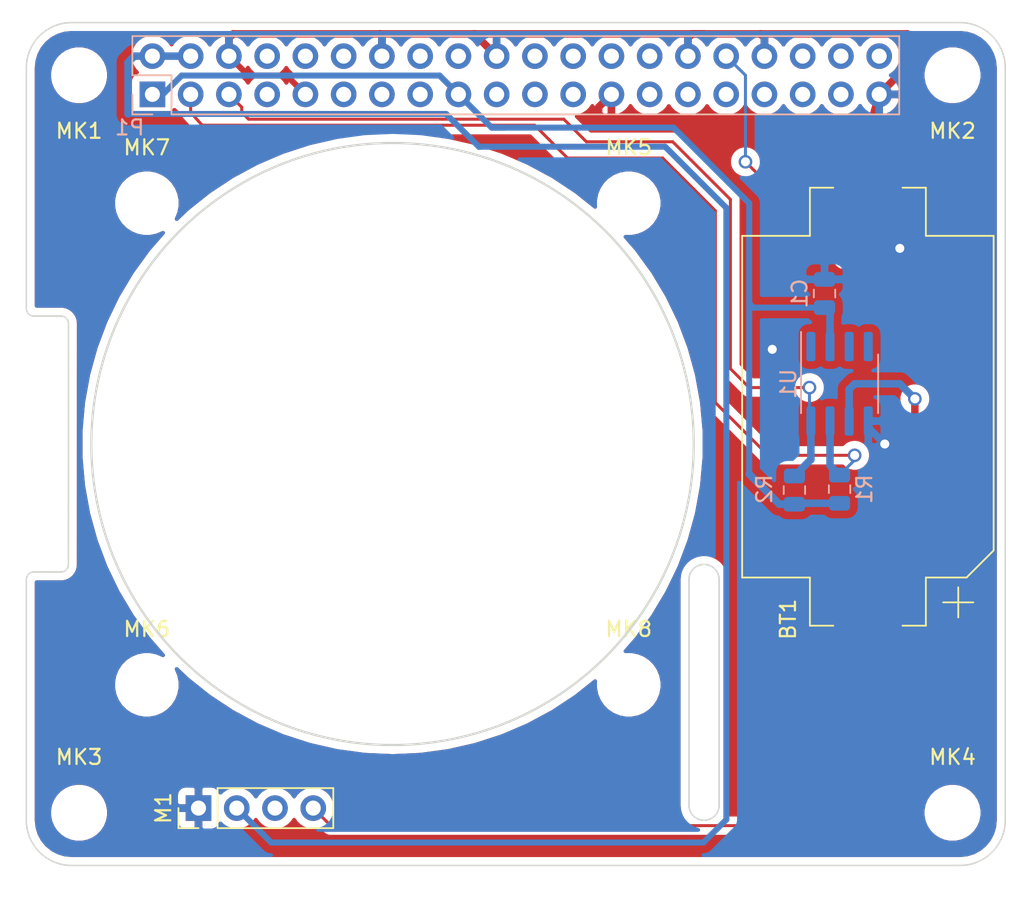
<source format=kicad_pcb>
(kicad_pcb (version 20171130) (host pcbnew 5.1.6-c6e7f7d~87~ubuntu18.04.1)

  (general
    (thickness 1.6)
    (drawings 24)
    (tracks 133)
    (zones 0)
    (modules 15)
    (nets 8)
  )

  (page A3)
  (title_block
    (date "15 nov 2012")
  )

  (layers
    (0 F.Cu signal hide)
    (31 B.Cu signal)
    (32 B.Adhes user hide)
    (33 F.Adhes user hide)
    (34 B.Paste user hide)
    (35 F.Paste user hide)
    (36 B.SilkS user)
    (37 F.SilkS user hide)
    (38 B.Mask user hide)
    (39 F.Mask user hide)
    (40 Dwgs.User user hide)
    (41 Cmts.User user hide)
    (42 Eco1.User user hide)
    (43 Eco2.User user hide)
    (44 Edge.Cuts user hide)
    (45 Margin user hide)
    (46 B.CrtYd user hide)
    (47 F.CrtYd user)
    (48 B.Fab user hide)
    (49 F.Fab user)
  )

  (setup
    (last_trace_width 0.2)
    (trace_clearance 0.2)
    (zone_clearance 0.508)
    (zone_45_only no)
    (trace_min 0.1524)
    (via_size 0.9)
    (via_drill 0.6)
    (via_min_size 0.8)
    (via_min_drill 0.5)
    (uvia_size 0.5)
    (uvia_drill 0.1)
    (uvias_allowed no)
    (uvia_min_size 0.5)
    (uvia_min_drill 0.1)
    (edge_width 0.1)
    (segment_width 0.1)
    (pcb_text_width 0.25)
    (pcb_text_size 1 1)
    (mod_edge_width 0.15)
    (mod_text_size 1 1)
    (mod_text_width 0.15)
    (pad_size 3.2 3.2)
    (pad_drill 3.2)
    (pad_to_mask_clearance 0)
    (aux_axis_origin 200 150)
    (grid_origin 200 150)
    (visible_elements 7FFFFEFF)
    (pcbplotparams
      (layerselection 0x310fc_ffffffff)
      (usegerberextensions true)
      (usegerberattributes false)
      (usegerberadvancedattributes false)
      (creategerberjobfile false)
      (excludeedgelayer true)
      (linewidth 0.150000)
      (plotframeref false)
      (viasonmask false)
      (mode 1)
      (useauxorigin false)
      (hpglpennumber 1)
      (hpglpenspeed 20)
      (hpglpendiameter 15.000000)
      (psnegative false)
      (psa4output false)
      (plotreference true)
      (plotvalue true)
      (plotinvisibletext false)
      (padsonsilk false)
      (subtractmaskfromsilk false)
      (outputformat 1)
      (mirror false)
      (drillshape 0)
      (scaleselection 1)
      (outputdirectory "fab/gerber/"))
  )

  (net 0 "")
  (net 1 +3V3)
  (net 2 +5V)
  (net 3 GND)
  (net 4 "/GPIO12(PWM0)")
  (net 5 "Net-(BT1-Pad1)")
  (net 6 /SCL)
  (net 7 /SDA)

  (net_class Default "This is the default net class."
    (clearance 0.2)
    (trace_width 0.2)
    (via_dia 0.9)
    (via_drill 0.6)
    (uvia_dia 0.5)
    (uvia_drill 0.1)
    (add_net +3V3)
    (add_net +5V)
    (add_net "/GPIO12(PWM0)")
    (add_net /SCL)
    (add_net /SDA)
    (add_net GND)
    (add_net "Net-(BT1-Pad1)")
  )

  (net_class Power ""
    (clearance 0.2)
    (trace_width 0.5)
    (via_dia 1)
    (via_drill 0.7)
    (uvia_dia 0.5)
    (uvia_drill 0.1)
  )

  (module MountingHole:MountingHole_2.7mm_M2.5 (layer F.Cu) (tedit 5E5BE7A6) (tstamp 5E5BECB2)
    (at 240 138)
    (descr "Mounting Hole 2.7mm, no annular, M2.5")
    (tags "mounting hole 2.7mm no annular m2.5")
    (path /5E5CBB2C)
    (attr virtual)
    (fp_text reference MK8 (at 0 -3.7) (layer F.SilkS)
      (effects (font (size 1 1) (thickness 0.15)))
    )
    (fp_text value M2.5 (at 0 3.7) (layer F.Fab)
      (effects (font (size 1 1) (thickness 0.15)))
    )
    (fp_circle (center 0 0) (end 2.95 0) (layer F.CrtYd) (width 0.05))
    (fp_circle (center 0 0) (end 2.7 0) (layer Cmts.User) (width 0.15))
    (fp_text user %R (at 0.3 0) (layer F.Fab)
      (effects (font (size 1 1) (thickness 0.15)))
    )
    (pad "" np_thru_hole circle (at 0 0) (size 3.2 3.2) (drill 3.2) (layers *.Cu *.Mask))
  )

  (module MountingHole:MountingHole_2.7mm_M2.5 (layer F.Cu) (tedit 5E5BE7C4) (tstamp 5E5BECAA)
    (at 208 106)
    (descr "Mounting Hole 2.7mm, no annular, M2.5")
    (tags "mounting hole 2.7mm no annular m2.5")
    (path /5E5CBB32)
    (attr virtual)
    (fp_text reference MK7 (at 0 -3.7) (layer F.SilkS)
      (effects (font (size 1 1) (thickness 0.15)))
    )
    (fp_text value M2.5 (at 0 3.7) (layer F.Fab)
      (effects (font (size 1 1) (thickness 0.15)))
    )
    (fp_circle (center 0 0) (end 2.95 0) (layer F.CrtYd) (width 0.05))
    (fp_circle (center 0 0) (end 2.7 0) (layer Cmts.User) (width 0.15))
    (fp_text user %R (at 0.3 0) (layer F.Fab)
      (effects (font (size 1 1) (thickness 0.15)))
    )
    (pad "" np_thru_hole circle (at 0 0) (size 3.2 3.2) (drill 3.2) (layers *.Cu *.Mask))
  )

  (module MountingHole:MountingHole_2.7mm_M2.5 (layer F.Cu) (tedit 5E5BE788) (tstamp 5E5BECA2)
    (at 208 138)
    (descr "Mounting Hole 2.7mm, no annular, M2.5")
    (tags "mounting hole 2.7mm no annular m2.5")
    (path /5E5CBB38)
    (attr virtual)
    (fp_text reference MK6 (at 0 -3.7) (layer F.SilkS)
      (effects (font (size 1 1) (thickness 0.15)))
    )
    (fp_text value M2.5 (at 0 3.7) (layer F.Fab)
      (effects (font (size 1 1) (thickness 0.15)))
    )
    (fp_circle (center 0 0) (end 2.95 0) (layer F.CrtYd) (width 0.05))
    (fp_circle (center 0 0) (end 2.7 0) (layer Cmts.User) (width 0.15))
    (fp_text user %R (at 0.3 0) (layer F.Fab)
      (effects (font (size 1 1) (thickness 0.15)))
    )
    (pad "" np_thru_hole circle (at 0 0) (size 3.2 3.2) (drill 3.2) (layers *.Cu *.Mask))
  )

  (module MountingHole:MountingHole_2.7mm_M2.5 (layer F.Cu) (tedit 5E5BE7B8) (tstamp 5E5BEC9A)
    (at 240 106)
    (descr "Mounting Hole 2.7mm, no annular, M2.5")
    (tags "mounting hole 2.7mm no annular m2.5")
    (path /5E5CBB3E)
    (attr virtual)
    (fp_text reference MK5 (at 0 -3.7) (layer F.SilkS)
      (effects (font (size 1 1) (thickness 0.15)))
    )
    (fp_text value M2.5 (at 0 3.7) (layer F.Fab)
      (effects (font (size 1 1) (thickness 0.15)))
    )
    (fp_circle (center 0 0) (end 2.95 0) (layer F.CrtYd) (width 0.05))
    (fp_circle (center 0 0) (end 2.7 0) (layer Cmts.User) (width 0.15))
    (fp_text user %R (at 0.3 0) (layer F.Fab)
      (effects (font (size 1 1) (thickness 0.15)))
    )
    (pad "" np_thru_hole circle (at 0 0) (size 3.2 3.2) (drill 3.2) (layers *.Cu *.Mask))
  )

  (module Connector_PinHeader_2.54mm:PinHeader_1x04_P2.54mm_Vertical (layer F.Cu) (tedit 59FED5CC) (tstamp 5E5BE090)
    (at 211.43 146.19 90)
    (descr "Through hole straight pin header, 1x04, 2.54mm pitch, single row")
    (tags "Through hole pin header THT 1x04 2.54mm single row")
    (path /5E5C326A)
    (fp_text reference M1 (at 0 -2.33 90) (layer F.SilkS)
      (effects (font (size 1 1) (thickness 0.15)))
    )
    (fp_text value Fan_4pin (at 0 9.95 90) (layer F.Fab)
      (effects (font (size 1 1) (thickness 0.15)))
    )
    (fp_line (start 1.8 -1.8) (end -1.8 -1.8) (layer F.CrtYd) (width 0.05))
    (fp_line (start 1.8 9.4) (end 1.8 -1.8) (layer F.CrtYd) (width 0.05))
    (fp_line (start -1.8 9.4) (end 1.8 9.4) (layer F.CrtYd) (width 0.05))
    (fp_line (start -1.8 -1.8) (end -1.8 9.4) (layer F.CrtYd) (width 0.05))
    (fp_line (start -1.33 -1.33) (end 0 -1.33) (layer F.SilkS) (width 0.12))
    (fp_line (start -1.33 0) (end -1.33 -1.33) (layer F.SilkS) (width 0.12))
    (fp_line (start -1.33 1.27) (end 1.33 1.27) (layer F.SilkS) (width 0.12))
    (fp_line (start 1.33 1.27) (end 1.33 8.95) (layer F.SilkS) (width 0.12))
    (fp_line (start -1.33 1.27) (end -1.33 8.95) (layer F.SilkS) (width 0.12))
    (fp_line (start -1.33 8.95) (end 1.33 8.95) (layer F.SilkS) (width 0.12))
    (fp_line (start -1.27 -0.635) (end -0.635 -1.27) (layer F.Fab) (width 0.1))
    (fp_line (start -1.27 8.89) (end -1.27 -0.635) (layer F.Fab) (width 0.1))
    (fp_line (start 1.27 8.89) (end -1.27 8.89) (layer F.Fab) (width 0.1))
    (fp_line (start 1.27 -1.27) (end 1.27 8.89) (layer F.Fab) (width 0.1))
    (fp_line (start -0.635 -1.27) (end 1.27 -1.27) (layer F.Fab) (width 0.1))
    (fp_text user %R (at 0 3.81) (layer F.Fab)
      (effects (font (size 1 1) (thickness 0.15)))
    )
    (pad 4 thru_hole oval (at 0 7.62 90) (size 1.7 1.7) (drill 1) (layers *.Cu *.Mask)
      (net 4 "/GPIO12(PWM0)"))
    (pad 3 thru_hole oval (at 0 5.08 90) (size 1.7 1.7) (drill 1) (layers *.Cu *.Mask))
    (pad 2 thru_hole oval (at 0 2.54 90) (size 1.7 1.7) (drill 1) (layers *.Cu *.Mask)
      (net 2 +5V))
    (pad 1 thru_hole rect (at 0 0 90) (size 1.7 1.7) (drill 1) (layers *.Cu *.Mask)
      (net 3 GND))
    (model ${KISYS3DMOD}/Connector_Molex.3dshapes/Molex_KK-254_AE-6410-04A_1x04_P2.54mm_Vertical.wrl
      (at (xyz 0 0 0))
      (scale (xyz 1 1 1))
      (rotate (xyz 0 0 90))
    )
    (model ${KIPRJMOD}/lib/NF-A4x10_Noctua_40mm.step
      (offset (xyz 24.5 -12.5 11.5))
      (scale (xyz 1 1 1))
      (rotate (xyz -90 0 0))
    )
  )

  (module Package_SO:SOIC-8_3.9x4.9mm_P1.27mm (layer B.Cu) (tedit 5D9F72B1) (tstamp 5E5BF99A)
    (at 254 118 270)
    (descr "SOIC, 8 Pin (JEDEC MS-012AA, https://www.analog.com/media/en/package-pcb-resources/package/pkg_pdf/soic_narrow-r/r_8.pdf), generated with kicad-footprint-generator ipc_gullwing_generator.py")
    (tags "SOIC SO")
    (path /5E5F2BA0)
    (attr smd)
    (fp_text reference U1 (at 0 3.4 270) (layer B.SilkS)
      (effects (font (size 1 1) (thickness 0.15)) (justify mirror))
    )
    (fp_text value DS3231MZ (at 0 -3.4 270) (layer B.Fab)
      (effects (font (size 1 1) (thickness 0.15)) (justify mirror))
    )
    (fp_line (start 3.7 2.7) (end -3.7 2.7) (layer B.CrtYd) (width 0.05))
    (fp_line (start 3.7 -2.7) (end 3.7 2.7) (layer B.CrtYd) (width 0.05))
    (fp_line (start -3.7 -2.7) (end 3.7 -2.7) (layer B.CrtYd) (width 0.05))
    (fp_line (start -3.7 2.7) (end -3.7 -2.7) (layer B.CrtYd) (width 0.05))
    (fp_line (start -1.95 1.475) (end -0.975 2.45) (layer B.Fab) (width 0.1))
    (fp_line (start -1.95 -2.45) (end -1.95 1.475) (layer B.Fab) (width 0.1))
    (fp_line (start 1.95 -2.45) (end -1.95 -2.45) (layer B.Fab) (width 0.1))
    (fp_line (start 1.95 2.45) (end 1.95 -2.45) (layer B.Fab) (width 0.1))
    (fp_line (start -0.975 2.45) (end 1.95 2.45) (layer B.Fab) (width 0.1))
    (fp_line (start 0 2.56) (end -3.45 2.56) (layer B.SilkS) (width 0.12))
    (fp_line (start 0 2.56) (end 1.95 2.56) (layer B.SilkS) (width 0.12))
    (fp_line (start 0 -2.56) (end -1.95 -2.56) (layer B.SilkS) (width 0.12))
    (fp_line (start 0 -2.56) (end 1.95 -2.56) (layer B.SilkS) (width 0.12))
    (fp_text user %R (at 0 0 270) (layer B.Fab)
      (effects (font (size 0.98 0.98) (thickness 0.15)) (justify mirror))
    )
    (pad 8 smd roundrect (at 2.475 1.905 270) (size 1.95 0.6) (layers B.Cu B.Paste B.Mask) (roundrect_rratio 0.25)
      (net 6 /SCL))
    (pad 7 smd roundrect (at 2.475 0.635 270) (size 1.95 0.6) (layers B.Cu B.Paste B.Mask) (roundrect_rratio 0.25)
      (net 7 /SDA))
    (pad 6 smd roundrect (at 2.475 -0.635 270) (size 1.95 0.6) (layers B.Cu B.Paste B.Mask) (roundrect_rratio 0.25)
      (net 5 "Net-(BT1-Pad1)"))
    (pad 5 smd roundrect (at 2.475 -1.905 270) (size 1.95 0.6) (layers B.Cu B.Paste B.Mask) (roundrect_rratio 0.25)
      (net 3 GND))
    (pad 4 smd roundrect (at -2.475 -1.905 270) (size 1.95 0.6) (layers B.Cu B.Paste B.Mask) (roundrect_rratio 0.25))
    (pad 3 smd roundrect (at -2.475 -0.635 270) (size 1.95 0.6) (layers B.Cu B.Paste B.Mask) (roundrect_rratio 0.25))
    (pad 2 smd roundrect (at -2.475 0.635 270) (size 1.95 0.6) (layers B.Cu B.Paste B.Mask) (roundrect_rratio 0.25)
      (net 1 +3V3))
    (pad 1 smd roundrect (at -2.475 1.905 270) (size 1.95 0.6) (layers B.Cu B.Paste B.Mask) (roundrect_rratio 0.25))
    (model ${KISYS3DMOD}/Package_SO.3dshapes/SOIC-8_3.9x4.9mm_P1.27mm.wrl
      (at (xyz 0 0 0))
      (scale (xyz 1 1 1))
      (rotate (xyz 0 0 0))
    )
  )

  (module Resistor_SMD:R_0805_2012Metric (layer B.Cu) (tedit 5B36C52B) (tstamp 5E5BF980)
    (at 251 125.0625 90)
    (descr "Resistor SMD 0805 (2012 Metric), square (rectangular) end terminal, IPC_7351 nominal, (Body size source: https://docs.google.com/spreadsheets/d/1BsfQQcO9C6DZCsRaXUlFlo91Tg2WpOkGARC1WS5S8t0/edit?usp=sharing), generated with kicad-footprint-generator")
    (tags resistor)
    (path /5E6176B5)
    (attr smd)
    (fp_text reference R2 (at 0.0625 -2 270) (layer B.SilkS)
      (effects (font (size 1 1) (thickness 0.15)) (justify mirror))
    )
    (fp_text value 10k (at 0 -1.65 270) (layer B.Fab)
      (effects (font (size 1 1) (thickness 0.15)) (justify mirror))
    )
    (fp_line (start 1.68 -0.95) (end -1.68 -0.95) (layer B.CrtYd) (width 0.05))
    (fp_line (start 1.68 0.95) (end 1.68 -0.95) (layer B.CrtYd) (width 0.05))
    (fp_line (start -1.68 0.95) (end 1.68 0.95) (layer B.CrtYd) (width 0.05))
    (fp_line (start -1.68 -0.95) (end -1.68 0.95) (layer B.CrtYd) (width 0.05))
    (fp_line (start -0.258578 -0.71) (end 0.258578 -0.71) (layer B.SilkS) (width 0.12))
    (fp_line (start -0.258578 0.71) (end 0.258578 0.71) (layer B.SilkS) (width 0.12))
    (fp_line (start 1 -0.6) (end -1 -0.6) (layer B.Fab) (width 0.1))
    (fp_line (start 1 0.6) (end 1 -0.6) (layer B.Fab) (width 0.1))
    (fp_line (start -1 0.6) (end 1 0.6) (layer B.Fab) (width 0.1))
    (fp_line (start -1 -0.6) (end -1 0.6) (layer B.Fab) (width 0.1))
    (fp_text user %R (at 0 0 270) (layer B.Fab)
      (effects (font (size 0.5 0.5) (thickness 0.08)) (justify mirror))
    )
    (pad 2 smd roundrect (at 0.9375 0 90) (size 0.975 1.4) (layers B.Cu B.Paste B.Mask) (roundrect_rratio 0.25)
      (net 6 /SCL))
    (pad 1 smd roundrect (at -0.9375 0 90) (size 0.975 1.4) (layers B.Cu B.Paste B.Mask) (roundrect_rratio 0.25)
      (net 1 +3V3))
    (model ${KISYS3DMOD}/Resistor_SMD.3dshapes/R_0805_2012Metric.wrl
      (at (xyz 0 0 0))
      (scale (xyz 1 1 1))
      (rotate (xyz 0 0 0))
    )
  )

  (module Resistor_SMD:R_0805_2012Metric (layer B.Cu) (tedit 5B36C52B) (tstamp 5E5BF96F)
    (at 254 125 90)
    (descr "Resistor SMD 0805 (2012 Metric), square (rectangular) end terminal, IPC_7351 nominal, (Body size source: https://docs.google.com/spreadsheets/d/1BsfQQcO9C6DZCsRaXUlFlo91Tg2WpOkGARC1WS5S8t0/edit?usp=sharing), generated with kicad-footprint-generator")
    (tags resistor)
    (path /5E617E8C)
    (attr smd)
    (fp_text reference R1 (at 0 1.65 90) (layer B.SilkS)
      (effects (font (size 1 1) (thickness 0.15)) (justify mirror))
    )
    (fp_text value 10k (at 0 -1.65 90) (layer B.Fab)
      (effects (font (size 1 1) (thickness 0.15)) (justify mirror))
    )
    (fp_line (start 1.68 -0.95) (end -1.68 -0.95) (layer B.CrtYd) (width 0.05))
    (fp_line (start 1.68 0.95) (end 1.68 -0.95) (layer B.CrtYd) (width 0.05))
    (fp_line (start -1.68 0.95) (end 1.68 0.95) (layer B.CrtYd) (width 0.05))
    (fp_line (start -1.68 -0.95) (end -1.68 0.95) (layer B.CrtYd) (width 0.05))
    (fp_line (start -0.258578 -0.71) (end 0.258578 -0.71) (layer B.SilkS) (width 0.12))
    (fp_line (start -0.258578 0.71) (end 0.258578 0.71) (layer B.SilkS) (width 0.12))
    (fp_line (start 1 -0.6) (end -1 -0.6) (layer B.Fab) (width 0.1))
    (fp_line (start 1 0.6) (end 1 -0.6) (layer B.Fab) (width 0.1))
    (fp_line (start -1 0.6) (end 1 0.6) (layer B.Fab) (width 0.1))
    (fp_line (start -1 -0.6) (end -1 0.6) (layer B.Fab) (width 0.1))
    (fp_text user %R (at 0 0 90) (layer B.Fab)
      (effects (font (size 0.5 0.5) (thickness 0.08)) (justify mirror))
    )
    (pad 2 smd roundrect (at 0.9375 0 90) (size 0.975 1.4) (layers B.Cu B.Paste B.Mask) (roundrect_rratio 0.25)
      (net 7 /SDA))
    (pad 1 smd roundrect (at -0.9375 0 90) (size 0.975 1.4) (layers B.Cu B.Paste B.Mask) (roundrect_rratio 0.25)
      (net 1 +3V3))
    (model ${KISYS3DMOD}/Resistor_SMD.3dshapes/R_0805_2012Metric.wrl
      (at (xyz 0 0 0))
      (scale (xyz 1 1 1))
      (rotate (xyz 0 0 0))
    )
  )

  (module Capacitor_SMD:C_0805_2012Metric (layer B.Cu) (tedit 5B36C52B) (tstamp 5E5BF814)
    (at 253 112 270)
    (descr "Capacitor SMD 0805 (2012 Metric), square (rectangular) end terminal, IPC_7351 nominal, (Body size source: https://docs.google.com/spreadsheets/d/1BsfQQcO9C6DZCsRaXUlFlo91Tg2WpOkGARC1WS5S8t0/edit?usp=sharing), generated with kicad-footprint-generator")
    (tags capacitor)
    (path /5E620B66)
    (attr smd)
    (fp_text reference C1 (at 0 1.65 270) (layer B.SilkS)
      (effects (font (size 1 1) (thickness 0.15)) (justify mirror))
    )
    (fp_text value 1uF (at 0 -1.65 270) (layer B.Fab)
      (effects (font (size 1 1) (thickness 0.15)) (justify mirror))
    )
    (fp_line (start 1.68 -0.95) (end -1.68 -0.95) (layer B.CrtYd) (width 0.05))
    (fp_line (start 1.68 0.95) (end 1.68 -0.95) (layer B.CrtYd) (width 0.05))
    (fp_line (start -1.68 0.95) (end 1.68 0.95) (layer B.CrtYd) (width 0.05))
    (fp_line (start -1.68 -0.95) (end -1.68 0.95) (layer B.CrtYd) (width 0.05))
    (fp_line (start -0.258578 -0.71) (end 0.258578 -0.71) (layer B.SilkS) (width 0.12))
    (fp_line (start -0.258578 0.71) (end 0.258578 0.71) (layer B.SilkS) (width 0.12))
    (fp_line (start 1 -0.6) (end -1 -0.6) (layer B.Fab) (width 0.1))
    (fp_line (start 1 0.6) (end 1 -0.6) (layer B.Fab) (width 0.1))
    (fp_line (start -1 0.6) (end 1 0.6) (layer B.Fab) (width 0.1))
    (fp_line (start -1 -0.6) (end -1 0.6) (layer B.Fab) (width 0.1))
    (fp_text user %R (at 0 0 270) (layer B.Fab)
      (effects (font (size 0.5 0.5) (thickness 0.08)) (justify mirror))
    )
    (pad 2 smd roundrect (at 0.9375 0 270) (size 0.975 1.4) (layers B.Cu B.Paste B.Mask) (roundrect_rratio 0.25)
      (net 1 +3V3))
    (pad 1 smd roundrect (at -0.9375 0 270) (size 0.975 1.4) (layers B.Cu B.Paste B.Mask) (roundrect_rratio 0.25)
      (net 3 GND))
    (model ${KISYS3DMOD}/Capacitor_SMD.3dshapes/C_0805_2012Metric.wrl
      (at (xyz 0 0 0))
      (scale (xyz 1 1 1))
      (rotate (xyz 0 0 0))
    )
  )

  (module Battery:BatteryHolder_Keystone_1060_1x2032 (layer F.Cu) (tedit 5B98EF5E) (tstamp 5E5BF7DD)
    (at 255.88 119.52 90)
    (descr http://www.keyelco.com/product-pdf.cfm?p=726)
    (tags "CR2032 BR2032 BatteryHolder Battery")
    (path /5E5F33F1)
    (attr smd)
    (fp_text reference BT1 (at -14.125 -5.3 90) (layer F.SilkS)
      (effects (font (size 1 1) (thickness 0.15)))
    )
    (fp_text value Battery_Cell (at 0 -11.75 90) (layer F.Fab)
      (effects (font (size 1 1) (thickness 0.15)))
    )
    (fp_line (start -12 6) (end -14 6) (layer F.SilkS) (width 0.12))
    (fp_line (start -13 5) (end -13 7) (layer F.SilkS) (width 0.12))
    (fp_line (start 11.5 -8.5) (end 6.5 -8.5) (layer F.CrtYd) (width 0.05))
    (fp_line (start 11.5 4) (end 11.5 8.5) (layer F.CrtYd) (width 0.05))
    (fp_line (start 14.7 4) (end 11.5 4) (layer F.CrtYd) (width 0.05))
    (fp_line (start 14.7 2.3) (end 14.7 4) (layer F.CrtYd) (width 0.05))
    (fp_line (start 16.45 2.3) (end 14.7 2.3) (layer F.CrtYd) (width 0.05))
    (fp_line (start 16.45 -2.3) (end 16.45 2.3) (layer F.CrtYd) (width 0.05))
    (fp_line (start 14.7 -2.3) (end 16.45 -2.3) (layer F.CrtYd) (width 0.05))
    (fp_line (start 14.7 -4) (end 14.7 -2.3) (layer F.CrtYd) (width 0.05))
    (fp_line (start 11.5 -4) (end 14.7 -4) (layer F.CrtYd) (width 0.05))
    (fp_line (start 11.5 -8.5) (end 11.5 -4) (layer F.CrtYd) (width 0.05))
    (fp_line (start -11.5 -8.5) (end -6.5 -8.5) (layer F.CrtYd) (width 0.05))
    (fp_line (start -11.5 -4) (end -11.5 -8.5) (layer F.CrtYd) (width 0.05))
    (fp_line (start -14.7 -4) (end -11.5 -4) (layer F.CrtYd) (width 0.05))
    (fp_line (start -14.7 -2.3) (end -14.7 -4) (layer F.CrtYd) (width 0.05))
    (fp_line (start -14.7 -2.3) (end -16.45 -2.3) (layer F.CrtYd) (width 0.05))
    (fp_line (start -16.45 2.3) (end -16.45 -2.3) (layer F.CrtYd) (width 0.05))
    (fp_line (start -14.7 2.3) (end -16.45 2.3) (layer F.CrtYd) (width 0.05))
    (fp_line (start -14.7 4) (end -14.7 2.3) (layer F.CrtYd) (width 0.05))
    (fp_line (start -14.7 4) (end -11.5 4) (layer F.CrtYd) (width 0.05))
    (fp_line (start -11.5 4) (end -11.5 8.5) (layer F.CrtYd) (width 0.05))
    (fp_line (start -6.5 8.5) (end -11.5 8.5) (layer F.CrtYd) (width 0.05))
    (fp_line (start 11.5 8.5) (end 6.5 8.5) (layer F.CrtYd) (width 0.05))
    (fp_line (start 11.35 -8.35) (end 11.35 -3.85) (layer F.SilkS) (width 0.12))
    (fp_line (start -11.35 -8.35) (end -11.35 -3.85) (layer F.SilkS) (width 0.12))
    (fp_line (start -11.35 -8.35) (end 11.35 -8.35) (layer F.SilkS) (width 0.12))
    (fp_line (start 14.55 -3.85) (end 14.55 -2.3) (layer F.SilkS) (width 0.12))
    (fp_line (start 11.35 -3.85) (end 14.55 -3.85) (layer F.SilkS) (width 0.12))
    (fp_line (start -14.55 -3.85) (end -14.55 -2.3) (layer F.SilkS) (width 0.12))
    (fp_line (start -11.35 -3.85) (end -14.55 -3.85) (layer F.SilkS) (width 0.12))
    (fp_line (start -14.55 3.85) (end -14.55 2.3) (layer F.SilkS) (width 0.12))
    (fp_line (start -11.35 3.85) (end -14.55 3.85) (layer F.SilkS) (width 0.12))
    (fp_line (start -9.55 8.35) (end -11.35 6.55) (layer F.SilkS) (width 0.12))
    (fp_line (start -11.35 6.55) (end -11.35 3.85) (layer F.SilkS) (width 0.12))
    (fp_line (start 11.35 8.35) (end -9.55 8.35) (layer F.SilkS) (width 0.12))
    (fp_line (start 11.35 8.35) (end 11.35 3.85) (layer F.SilkS) (width 0.12))
    (fp_line (start 14.55 3.85) (end 14.55 2.3) (layer F.SilkS) (width 0.12))
    (fp_line (start 11.35 3.85) (end 14.55 3.85) (layer F.SilkS) (width 0.12))
    (fp_line (start -9.4 8) (end -11 6.4) (layer F.Fab) (width 0.1))
    (fp_line (start 14.2 -3.5) (end 11 -3.5) (layer F.Fab) (width 0.1))
    (fp_line (start 14.2 3.5) (end 14.2 -3.5) (layer F.Fab) (width 0.1))
    (fp_line (start 11 3.5) (end 14.2 3.5) (layer F.Fab) (width 0.1))
    (fp_line (start -14.2 -3.5) (end -11 -3.5) (layer F.Fab) (width 0.1))
    (fp_line (start -14.2 3.5) (end -14.2 -3.5) (layer F.Fab) (width 0.1))
    (fp_line (start -11 3.5) (end -14.2 3.5) (layer F.Fab) (width 0.1))
    (fp_line (start -11 6.4) (end -11 3.5) (layer F.Fab) (width 0.1))
    (fp_line (start -11 -8) (end -11 -3.5) (layer F.Fab) (width 0.1))
    (fp_line (start 11 -8) (end 11 -3.5) (layer F.Fab) (width 0.1))
    (fp_line (start 11 8) (end 11 3.5) (layer F.Fab) (width 0.1))
    (fp_line (start 11 -8) (end -11 -8) (layer F.Fab) (width 0.1))
    (fp_line (start 11 8) (end -9.4 8) (layer F.Fab) (width 0.1))
    (fp_circle (center 0 0) (end -10.2 0) (layer Dwgs.User) (width 0.3))
    (fp_text user %R (at 0 0 90) (layer F.Fab)
      (effects (font (size 1 1) (thickness 0.15)))
    )
    (fp_arc (start 0 0) (end 6.5 -8.5) (angle -74.81070976) (layer F.CrtYd) (width 0.05))
    (fp_arc (start 0 0) (end -6.5 8.5) (angle -74.81070976) (layer F.CrtYd) (width 0.05))
    (pad 1 smd rect (at -14.65 0 270) (size 2.6 3.6) (layers F.Cu F.Paste F.Mask)
      (net 5 "Net-(BT1-Pad1)"))
    (pad 2 smd rect (at 14.65 0 270) (size 2.6 3.6) (layers F.Cu F.Paste F.Mask)
      (net 3 GND))
    (model ${KISYS3DMOD}/Battery.3dshapes/BatteryHolder_Keystone_1060_1x2032.wrl
      (at (xyz 0 0 0))
      (scale (xyz 1 1 1))
      (rotate (xyz 0 0 0))
    )
    (model ${KIPRJMOD}/lib/CR2032.stp
      (offset (xyz 0 0 5))
      (scale (xyz 1 1 1))
      (rotate (xyz 180 0 0))
    )
  )

  (module Connector_PinSocket_2.54mm:PinSocket_2x20_P2.54mm_Vertical (layer B.Cu) (tedit 5A19A433) (tstamp 5A793E9F)
    (at 208.37 98.77 270)
    (descr "Through hole straight socket strip, 2x20, 2.54mm pitch, double cols (from Kicad 4.0.7), script generated")
    (tags "Through hole socket strip THT 2x20 2.54mm double row")
    (path /59AD464A)
    (fp_text reference P1 (at 2.208 1.512) (layer B.SilkS)
      (effects (font (size 1 1) (thickness 0.15)) (justify mirror))
    )
    (fp_text value Conn_02x20_Odd_Even (at -1.27 -51.03 270) (layer B.Fab)
      (effects (font (size 1 1) (thickness 0.15)) (justify mirror))
    )
    (fp_line (start -3.81 1.27) (end 0.27 1.27) (layer B.Fab) (width 0.1))
    (fp_line (start 0.27 1.27) (end 1.27 0.27) (layer B.Fab) (width 0.1))
    (fp_line (start 1.27 0.27) (end 1.27 -49.53) (layer B.Fab) (width 0.1))
    (fp_line (start 1.27 -49.53) (end -3.81 -49.53) (layer B.Fab) (width 0.1))
    (fp_line (start -3.81 -49.53) (end -3.81 1.27) (layer B.Fab) (width 0.1))
    (fp_line (start -3.87 1.33) (end -1.27 1.33) (layer B.SilkS) (width 0.12))
    (fp_line (start -3.87 1.33) (end -3.87 -49.59) (layer B.SilkS) (width 0.12))
    (fp_line (start -3.87 -49.59) (end 1.33 -49.59) (layer B.SilkS) (width 0.12))
    (fp_line (start 1.33 -1.27) (end 1.33 -49.59) (layer B.SilkS) (width 0.12))
    (fp_line (start -1.27 -1.27) (end 1.33 -1.27) (layer B.SilkS) (width 0.12))
    (fp_line (start -1.27 1.33) (end -1.27 -1.27) (layer B.SilkS) (width 0.12))
    (fp_line (start 1.33 1.33) (end 1.33 0) (layer B.SilkS) (width 0.12))
    (fp_line (start 0 1.33) (end 1.33 1.33) (layer B.SilkS) (width 0.12))
    (fp_line (start -4.34 1.8) (end 1.76 1.8) (layer B.CrtYd) (width 0.05))
    (fp_line (start 1.76 1.8) (end 1.76 -50) (layer B.CrtYd) (width 0.05))
    (fp_line (start 1.76 -50) (end -4.34 -50) (layer B.CrtYd) (width 0.05))
    (fp_line (start -4.34 -50) (end -4.34 1.8) (layer B.CrtYd) (width 0.05))
    (fp_text user %R (at -1.27 -24.13 180) (layer B.Fab)
      (effects (font (size 1 1) (thickness 0.15)) (justify mirror))
    )
    (pad 1 thru_hole rect (at 0 0 270) (size 1.7 1.7) (drill 1) (layers *.Cu *.Mask)
      (net 1 +3V3))
    (pad 2 thru_hole oval (at -2.54 0 270) (size 1.7 1.7) (drill 1) (layers *.Cu *.Mask)
      (net 2 +5V))
    (pad 3 thru_hole oval (at 0 -2.54 270) (size 1.7 1.7) (drill 1) (layers *.Cu *.Mask)
      (net 7 /SDA))
    (pad 4 thru_hole oval (at -2.54 -2.54 270) (size 1.7 1.7) (drill 1) (layers *.Cu *.Mask)
      (net 2 +5V))
    (pad 5 thru_hole oval (at 0 -5.08 270) (size 1.7 1.7) (drill 1) (layers *.Cu *.Mask)
      (net 6 /SCL))
    (pad 6 thru_hole oval (at -2.54 -5.08 270) (size 1.7 1.7) (drill 1) (layers *.Cu *.Mask)
      (net 3 GND))
    (pad 7 thru_hole oval (at 0 -7.62 270) (size 1.7 1.7) (drill 1) (layers *.Cu *.Mask))
    (pad 8 thru_hole oval (at -2.54 -7.62 270) (size 1.7 1.7) (drill 1) (layers *.Cu *.Mask))
    (pad 9 thru_hole oval (at 0 -10.16 270) (size 1.7 1.7) (drill 1) (layers *.Cu *.Mask)
      (net 3 GND))
    (pad 10 thru_hole oval (at -2.54 -10.16 270) (size 1.7 1.7) (drill 1) (layers *.Cu *.Mask))
    (pad 11 thru_hole oval (at 0 -12.7 270) (size 1.7 1.7) (drill 1) (layers *.Cu *.Mask))
    (pad 12 thru_hole oval (at -2.54 -12.7 270) (size 1.7 1.7) (drill 1) (layers *.Cu *.Mask))
    (pad 13 thru_hole oval (at 0 -15.24 270) (size 1.7 1.7) (drill 1) (layers *.Cu *.Mask))
    (pad 14 thru_hole oval (at -2.54 -15.24 270) (size 1.7 1.7) (drill 1) (layers *.Cu *.Mask)
      (net 3 GND))
    (pad 15 thru_hole oval (at 0 -17.78 270) (size 1.7 1.7) (drill 1) (layers *.Cu *.Mask))
    (pad 16 thru_hole oval (at -2.54 -17.78 270) (size 1.7 1.7) (drill 1) (layers *.Cu *.Mask))
    (pad 17 thru_hole oval (at 0 -20.32 270) (size 1.7 1.7) (drill 1) (layers *.Cu *.Mask)
      (net 1 +3V3))
    (pad 18 thru_hole oval (at -2.54 -20.32 270) (size 1.7 1.7) (drill 1) (layers *.Cu *.Mask))
    (pad 19 thru_hole oval (at 0 -22.86 270) (size 1.7 1.7) (drill 1) (layers *.Cu *.Mask))
    (pad 20 thru_hole oval (at -2.54 -22.86 270) (size 1.7 1.7) (drill 1) (layers *.Cu *.Mask)
      (net 3 GND))
    (pad 21 thru_hole oval (at 0 -25.4 270) (size 1.7 1.7) (drill 1) (layers *.Cu *.Mask))
    (pad 22 thru_hole oval (at -2.54 -25.4 270) (size 1.7 1.7) (drill 1) (layers *.Cu *.Mask))
    (pad 23 thru_hole oval (at 0 -27.94 270) (size 1.7 1.7) (drill 1) (layers *.Cu *.Mask))
    (pad 24 thru_hole oval (at -2.54 -27.94 270) (size 1.7 1.7) (drill 1) (layers *.Cu *.Mask))
    (pad 25 thru_hole oval (at 0 -30.48 270) (size 1.7 1.7) (drill 1) (layers *.Cu *.Mask)
      (net 3 GND))
    (pad 26 thru_hole oval (at -2.54 -30.48 270) (size 1.7 1.7) (drill 1) (layers *.Cu *.Mask))
    (pad 27 thru_hole oval (at 0 -33.02 270) (size 1.7 1.7) (drill 1) (layers *.Cu *.Mask))
    (pad 28 thru_hole oval (at -2.54 -33.02 270) (size 1.7 1.7) (drill 1) (layers *.Cu *.Mask))
    (pad 29 thru_hole oval (at 0 -35.56 270) (size 1.7 1.7) (drill 1) (layers *.Cu *.Mask))
    (pad 30 thru_hole oval (at -2.54 -35.56 270) (size 1.7 1.7) (drill 1) (layers *.Cu *.Mask)
      (net 3 GND))
    (pad 31 thru_hole oval (at 0 -38.1 270) (size 1.7 1.7) (drill 1) (layers *.Cu *.Mask))
    (pad 32 thru_hole oval (at -2.54 -38.1 270) (size 1.7 1.7) (drill 1) (layers *.Cu *.Mask)
      (net 4 "/GPIO12(PWM0)"))
    (pad 33 thru_hole oval (at 0 -40.64 270) (size 1.7 1.7) (drill 1) (layers *.Cu *.Mask))
    (pad 34 thru_hole oval (at -2.54 -40.64 270) (size 1.7 1.7) (drill 1) (layers *.Cu *.Mask)
      (net 3 GND))
    (pad 35 thru_hole oval (at 0 -43.18 270) (size 1.7 1.7) (drill 1) (layers *.Cu *.Mask))
    (pad 36 thru_hole oval (at -2.54 -43.18 270) (size 1.7 1.7) (drill 1) (layers *.Cu *.Mask))
    (pad 37 thru_hole oval (at 0 -45.72 270) (size 1.7 1.7) (drill 1) (layers *.Cu *.Mask))
    (pad 38 thru_hole oval (at -2.54 -45.72 270) (size 1.7 1.7) (drill 1) (layers *.Cu *.Mask))
    (pad 39 thru_hole oval (at 0 -48.26 270) (size 1.7 1.7) (drill 1) (layers *.Cu *.Mask)
      (net 3 GND))
    (pad 40 thru_hole oval (at -2.54 -48.26 270) (size 1.7 1.7) (drill 1) (layers *.Cu *.Mask))
    (model ${KIPRJMOD}/lib/SSW-120-04-G-D.stp
      (offset (xyz -1.27 -24.1 0))
      (scale (xyz 1 1 1))
      (rotate (xyz -90 0 -90))
    )
  )

  (module MountingHole:MountingHole_2.7mm_M2.5 (layer F.Cu) (tedit 56D1B4CB) (tstamp 5A793E98)
    (at 261.5 146.5)
    (descr "Mounting Hole 2.7mm, no annular, M2.5")
    (tags "mounting hole 2.7mm no annular m2.5")
    (path /5834FC4F)
    (attr virtual)
    (fp_text reference MK4 (at 0 -3.7) (layer F.SilkS)
      (effects (font (size 1 1) (thickness 0.15)))
    )
    (fp_text value M2.5 (at 0 3.7) (layer F.Fab)
      (effects (font (size 1 1) (thickness 0.15)))
    )
    (fp_circle (center 0 0) (end 2.95 0) (layer F.CrtYd) (width 0.05))
    (fp_circle (center 0 0) (end 2.7 0) (layer Cmts.User) (width 0.15))
    (fp_text user %R (at 0.3 0) (layer F.Fab)
      (effects (font (size 1 1) (thickness 0.15)))
    )
    (pad 1 np_thru_hole circle (at 0 0) (size 2.7 2.7) (drill 2.7) (layers *.Cu *.Mask))
  )

  (module MountingHole:MountingHole_2.7mm_M2.5 (layer F.Cu) (tedit 56D1B4CB) (tstamp 5A793E91)
    (at 203.5 146.5)
    (descr "Mounting Hole 2.7mm, no annular, M2.5")
    (tags "mounting hole 2.7mm no annular m2.5")
    (path /5834FBEF)
    (attr virtual)
    (fp_text reference MK3 (at 0 -3.7) (layer F.SilkS)
      (effects (font (size 1 1) (thickness 0.15)))
    )
    (fp_text value M2.5 (at 0 3.7) (layer F.Fab)
      (effects (font (size 1 1) (thickness 0.15)))
    )
    (fp_circle (center 0 0) (end 2.7 0) (layer Cmts.User) (width 0.15))
    (fp_circle (center 0 0) (end 2.95 0) (layer F.CrtYd) (width 0.05))
    (fp_text user %R (at 0.3 0) (layer F.Fab)
      (effects (font (size 1 1) (thickness 0.15)))
    )
    (pad 1 np_thru_hole circle (at 0 0) (size 2.7 2.7) (drill 2.7) (layers *.Cu *.Mask))
  )

  (module MountingHole:MountingHole_2.7mm_M2.5 (layer F.Cu) (tedit 56D1B4CB) (tstamp 5A793E8A)
    (at 261.5 97.5 180)
    (descr "Mounting Hole 2.7mm, no annular, M2.5")
    (tags "mounting hole 2.7mm no annular m2.5")
    (path /5834FC19)
    (attr virtual)
    (fp_text reference MK2 (at 0 -3.7 180) (layer F.SilkS)
      (effects (font (size 1 1) (thickness 0.15)))
    )
    (fp_text value M2.5 (at 0 3.7 180) (layer F.Fab)
      (effects (font (size 1 1) (thickness 0.15)))
    )
    (fp_circle (center 0 0) (end 2.95 0) (layer F.CrtYd) (width 0.05))
    (fp_circle (center 0 0) (end 2.7 0) (layer Cmts.User) (width 0.15))
    (fp_text user %R (at 0.3 0 180) (layer F.Fab)
      (effects (font (size 1 1) (thickness 0.15)))
    )
    (pad 1 np_thru_hole circle (at 0 0 180) (size 2.7 2.7) (drill 2.7) (layers *.Cu *.Mask))
  )

  (module MountingHole:MountingHole_2.7mm_M2.5 (layer F.Cu) (tedit 56D1B4CB) (tstamp 5A793E83)
    (at 203.5 97.5 180)
    (descr "Mounting Hole 2.7mm, no annular, M2.5")
    (tags "mounting hole 2.7mm no annular m2.5")
    (path /5834FB2E)
    (attr virtual)
    (fp_text reference MK1 (at 0 -3.7 180) (layer F.SilkS)
      (effects (font (size 1 1) (thickness 0.15)))
    )
    (fp_text value M2.5 (at 0 3.7 180) (layer F.Fab)
      (effects (font (size 1 1) (thickness 0.15)))
    )
    (fp_circle (center 0 0) (end 2.7 0) (layer Cmts.User) (width 0.15))
    (fp_circle (center 0 0) (end 2.95 0) (layer F.CrtYd) (width 0.05))
    (fp_text user %R (at 0.3 0 180) (layer F.Fab)
      (effects (font (size 1 1) (thickness 0.15)))
    )
    (pad 1 np_thru_hole circle (at 0 0 180) (size 2.7 2.7) (drill 2.7) (layers *.Cu *.Mask))
  )

  (gr_arc (start 202.2987 114.0002) (end 202.2987 113.5002) (angle 89.9) (layer Edge.Cuts) (width 0.1) (tstamp 5E83726D))
  (gr_arc (start 202.294 130.002965) (end 202.794 130.002965) (angle 89.7512208) (layer Edge.Cuts) (width 0.1) (tstamp 5E83726D))
  (gr_line (start 200.5 113.5) (end 202.2987 113.5002) (layer Edge.Cuts) (width 0.1))
  (gr_line (start 202.798699 113.999327) (end 202.794 130.002965) (layer Edge.Cuts) (width 0.1) (tstamp 5E836E39))
  (gr_line (start 200.499127 130.500001) (end 202.296171 130.50296) (layer Edge.Cuts) (width 0.1))
  (gr_circle (center 224.3162 122) (end 244.3162 122) (layer Edge.Cuts) (width 0.15))
  (gr_line (start 244 146) (end 244 131) (layer Edge.Cuts) (width 0.1))
  (gr_line (start 246 131) (end 246 146) (layer Edge.Cuts) (width 0.1))
  (gr_arc (start 245 131) (end 244 131) (angle 180) (layer Edge.Cuts) (width 0.1))
  (gr_arc (start 245 146) (end 246 146) (angle 180) (layer Edge.Cuts) (width 0.1))
  (gr_arc (start 200.5 131) (end 200 131) (angle 89.9) (layer Edge.Cuts) (width 0.1))
  (gr_arc (start 200.5 113) (end 200.5 113.5) (angle 90) (layer Edge.Cuts) (width 0.1))
  (gr_line (start 200 113) (end 200 131) (layer Dwgs.User) (width 0.1))
  (gr_line (start 200 97) (end 200 113) (layer Edge.Cuts) (width 0.1))
  (gr_text DISPLAY (at 202.5 122 90) (layer Dwgs.User) (tstamp 580CBBFF)
    (effects (font (size 1 1) (thickness 0.15)))
  )
  (gr_text CAMERA (at 245 139 90) (layer Dwgs.User)
    (effects (font (size 1 1) (thickness 0.15)))
  )
  (gr_arc (start 262 97) (end 262 94) (angle 90) (layer Edge.Cuts) (width 0.1))
  (gr_arc (start 262 147) (end 265 147) (angle 90) (layer Edge.Cuts) (width 0.1))
  (gr_arc (start 203 147) (end 203 150) (angle 90) (layer Edge.Cuts) (width 0.1))
  (gr_arc (start 203 97) (end 200 97) (angle 90) (layer Edge.Cuts) (width 0.1))
  (gr_line (start 262 94) (end 203 94) (layer Edge.Cuts) (width 0.1))
  (gr_line (start 265 147) (end 265 97) (layer Edge.Cuts) (width 0.1))
  (gr_line (start 203 150) (end 262 150) (layer Edge.Cuts) (width 0.1))
  (gr_line (start 200 131) (end 200 147) (layer Edge.Cuts) (width 0.1))

  (segment (start 253.365 113.3025) (end 253 112.9375) (width 0.5) (layer B.Cu) (net 1))
  (segment (start 253.365 115.525) (end 253.365 113.3025) (width 0.5) (layer B.Cu) (net 1))
  (segment (start 251.0625 125.9375) (end 251 126) (width 0.5) (layer B.Cu) (net 1))
  (segment (start 254 125.9375) (end 251.0625 125.9375) (width 0.5) (layer B.Cu) (net 1))
  (segment (start 251 126) (end 250 126) (width 0.5) (layer B.Cu) (net 1))
  (segment (start 250 126) (end 248 124) (width 0.5) (layer B.Cu) (net 1))
  (segment (start 227.439999 97.519999) (end 227.840001 97.920001) (width 0.4) (layer B.Cu) (net 1))
  (segment (start 227.840001 97.920001) (end 228.69 98.77) (width 0.4) (layer B.Cu) (net 1))
  (segment (start 210.309999 97.519999) (end 227.439999 97.519999) (width 0.4) (layer B.Cu) (net 1))
  (segment (start 209.059998 98.77) (end 210.309999 97.519999) (width 0.4) (layer B.Cu) (net 1))
  (segment (start 208.37 98.77) (end 209.059998 98.77) (width 0.4) (layer B.Cu) (net 1))
  (segment (start 228.69 98.77) (end 230.898 100.978) (width 0.4) (layer B.Cu) (net 1))
  (segment (start 230.898 100.978) (end 231.75 100.978) (width 0.4) (layer B.Cu) (net 1))
  (segment (start 230.898 100.978) (end 242.978 100.978) (width 0.4) (layer B.Cu) (net 1))
  (segment (start 242.978 100.978) (end 248 106) (width 0.4) (layer B.Cu) (net 1))
  (segment (start 248 106) (end 248 107.9375) (width 0.4) (layer B.Cu) (net 1))
  (segment (start 248 112.668) (end 248.2695 112.9375) (width 0.4) (layer B.Cu) (net 1))
  (segment (start 248.2695 112.9375) (end 253 112.9375) (width 0.4) (layer B.Cu) (net 1))
  (segment (start 248 112.668) (end 248 124) (width 0.4) (layer B.Cu) (net 1))
  (segment (start 248 107.9375) (end 248 112.668) (width 0.4) (layer B.Cu) (net 1))
  (segment (start 210.91 96.23) (end 208.37 96.23) (width 0.5) (layer B.Cu) (net 2))
  (segment (start 207.167919 96.23) (end 206.75 96.647919) (width 0.5) (layer B.Cu) (net 2))
  (segment (start 208.37 96.23) (end 207.167919 96.23) (width 0.5) (layer B.Cu) (net 2))
  (segment (start 227.868667 100.07) (end 230.046667 102.248) (width 0.4) (layer B.Cu) (net 2))
  (segment (start 230.046667 102.248) (end 230.226 102.248) (width 0.4) (layer B.Cu) (net 2))
  (segment (start 206.75 100.07) (end 227.868667 100.07) (width 0.4) (layer B.Cu) (net 2))
  (segment (start 206.75 96.647919) (end 206.75 100.07) (width 0.5) (layer B.Cu) (net 2))
  (segment (start 216.256 148.476) (end 213.97 146.19) (width 0.4) (layer B.Cu) (net 2))
  (segment (start 246.482 106.312) (end 246.482 146.952) (width 0.4) (layer B.Cu) (net 2))
  (segment (start 230.046667 102.248) (end 242.418 102.248) (width 0.4) (layer B.Cu) (net 2))
  (segment (start 242.418 102.248) (end 246.482 106.312) (width 0.4) (layer B.Cu) (net 2))
  (segment (start 246.482 146.952) (end 244.958 148.476) (width 0.4) (layer B.Cu) (net 2))
  (segment (start 244.958 148.476) (end 216.256 148.476) (width 0.4) (layer B.Cu) (net 2))
  (via (at 249.53 115.71) (size 0.9) (drill 0.6) (layers F.Cu B.Cu) (net 3))
  (via (at 257 122) (size 0.9) (drill 0.6) (layers F.Cu B.Cu) (net 3))
  (segment (start 256.63 104.12) (end 255.88 104.87) (width 0.5) (layer F.Cu) (net 3))
  (segment (start 253 111.0625) (end 255.9375 111.0625) (width 0.5) (layer B.Cu) (net 3))
  (segment (start 255.9375 111.0625) (end 258 109) (width 0.5) (layer B.Cu) (net 3))
  (segment (start 258 109) (end 258 109) (width 0.5) (layer B.Cu) (net 3) (tstamp 5E5BF757))
  (via (at 258 109) (size 0.9) (drill 0.6) (layers F.Cu B.Cu) (net 3))
  (segment (start 255.88 106.88) (end 258 109) (width 0.5) (layer F.Cu) (net 3))
  (segment (start 255.88 104.87) (end 255.88 106.88) (width 0.5) (layer F.Cu) (net 3))
  (segment (start 255.905 120.905) (end 257 122) (width 0.5) (layer B.Cu) (net 3))
  (segment (start 255.905 120.475) (end 255.905 120.905) (width 0.5) (layer B.Cu) (net 3))
  (segment (start 238.000001 99.619999) (end 238.85 98.77) (width 0.5) (layer F.Cu) (net 3))
  (segment (start 238 101) (end 238.000001 99.619999) (width 0.5) (layer F.Cu) (net 3))
  (segment (start 238 101) (end 256 101) (width 0.5) (layer F.Cu) (net 3))
  (segment (start 256.63 98.77) (end 256 101) (width 0.5) (layer F.Cu) (net 3))
  (segment (start 256 101) (end 256.63 104.12) (width 0.5) (layer F.Cu) (net 3))
  (segment (start 223.61 94.86) (end 223.61 96.23) (width 0.5) (layer F.Cu) (net 3))
  (segment (start 223.5 94.75) (end 223.61 94.86) (width 0.5) (layer F.Cu) (net 3))
  (segment (start 213.727919 94.75) (end 223.5 94.75) (width 0.5) (layer F.Cu) (net 3))
  (segment (start 213.45 96.23) (end 213.45 95.027919) (width 0.5) (layer F.Cu) (net 3))
  (segment (start 213.45 95.027919) (end 213.727919 94.75) (width 0.5) (layer F.Cu) (net 3))
  (segment (start 229.75 94.75) (end 231.23 96.23) (width 0.5) (layer F.Cu) (net 3))
  (segment (start 223.5 94.75) (end 229.75 94.75) (width 0.5) (layer F.Cu) (net 3))
  (segment (start 248.75 94.75) (end 249.01 95.01) (width 0.5) (layer F.Cu) (net 3))
  (segment (start 249.01 96.23) (end 249.01 95.01) (width 0.5) (layer F.Cu) (net 3))
  (segment (start 248.75 94.75) (end 258.5 94.75) (width 0.5) (layer F.Cu) (net 3))
  (segment (start 258.5 96.9) (end 256.63 98.77) (width 0.5) (layer F.Cu) (net 3))
  (segment (start 258.5 94.75) (end 258.5 96.9) (width 0.5) (layer F.Cu) (net 3))
  (segment (start 244.207919 94.75) (end 245 94.75) (width 0.5) (layer F.Cu) (net 3))
  (segment (start 243.93 95.027919) (end 244.207919 94.75) (width 0.5) (layer F.Cu) (net 3))
  (segment (start 243.93 96.23) (end 243.93 95.027919) (width 0.5) (layer F.Cu) (net 3))
  (segment (start 229.75 94.75) (end 245 94.75) (width 0.5) (layer F.Cu) (net 3))
  (segment (start 245 94.75) (end 248.75 94.75) (width 0.5) (layer F.Cu) (net 3))
  (segment (start 258 109) (end 262.75 113.75) (width 0.5) (layer F.Cu) (net 3))
  (segment (start 262.75 113.75) (end 262.75 135) (width 0.5) (layer F.Cu) (net 3))
  (segment (start 262.75 135) (end 249 148.75) (width 0.5) (layer F.Cu) (net 3))
  (segment (start 249 148.75) (end 212.5 148.75) (width 0.5) (layer F.Cu) (net 3))
  (segment (start 211.43 147.68) (end 211.43 146.19) (width 0.5) (layer F.Cu) (net 3))
  (segment (start 212.5 148.75) (end 211.43 147.68) (width 0.5) (layer F.Cu) (net 3))
  (segment (start 214.299999 97.079999) (end 213.45 96.23) (width 0.4) (layer F.Cu) (net 3))
  (segment (start 214.739999 97.519999) (end 214.299999 97.079999) (width 0.4) (layer F.Cu) (net 3))
  (segment (start 217.279999 97.519999) (end 214.739999 97.519999) (width 0.4) (layer F.Cu) (net 3))
  (segment (start 218.53 98.77) (end 217.279999 97.519999) (width 0.4) (layer F.Cu) (net 3))
  (segment (start 247.319999 97.079999) (end 247.329999 97.079999) (width 0.2) (layer B.Cu) (net 4))
  (segment (start 246.47 96.23) (end 247.319999 97.079999) (width 0.2) (layer B.Cu) (net 4))
  (segment (start 247.329999 97.079999) (end 247.75 97.5) (width 0.2) (layer B.Cu) (net 4))
  (segment (start 247.75 97.5) (end 247.75 101.5) (width 0.2) (layer B.Cu) (net 4))
  (segment (start 247.75 101.5) (end 247.75 103.25) (width 0.2) (layer B.Cu) (net 4))
  (segment (start 247.75 103.25) (end 247.75 103.25) (width 0.2) (layer B.Cu) (net 4) (tstamp 5E5BF8E0))
  (via (at 247.75 103.25) (size 0.9) (drill 0.6) (layers F.Cu B.Cu) (net 4))
  (segment (start 254.250001 109.750001) (end 255.750001 109.750001) (width 0.2) (layer F.Cu) (net 4))
  (segment (start 247.75 103.25) (end 254.250001 109.750001) (width 0.2) (layer F.Cu) (net 4))
  (segment (start 255.750001 109.750001) (end 261.25 115.25) (width 0.2) (layer F.Cu) (net 4))
  (segment (start 261.25 115.25) (end 261.25 134.5) (width 0.2) (layer F.Cu) (net 4))
  (segment (start 220.215493 147.355493) (end 219.899999 147.039999) (width 0.2) (layer F.Cu) (net 4))
  (segment (start 248.394507 147.355493) (end 220.215493 147.355493) (width 0.2) (layer F.Cu) (net 4))
  (segment (start 219.899999 147.039999) (end 219.05 146.19) (width 0.2) (layer F.Cu) (net 4))
  (segment (start 261.25 134.5) (end 248.394507 147.355493) (width 0.2) (layer F.Cu) (net 4))
  (segment (start 255.88 132.37) (end 259 129.25) (width 0.5) (layer F.Cu) (net 5))
  (segment (start 255.88 134.17) (end 255.88 132.37) (width 0.5) (layer F.Cu) (net 5))
  (segment (start 259 129.25) (end 259 124) (width 0.5) (layer F.Cu) (net 5))
  (segment (start 259 124) (end 259 119) (width 0.5) (layer F.Cu) (net 5))
  (segment (start 259 119) (end 259 119) (width 0.5) (layer F.Cu) (net 5) (tstamp 5E5BF700))
  (via (at 259 119) (size 0.9) (drill 0.6) (layers F.Cu B.Cu) (net 5))
  (segment (start 254.635 120.475) (end 254.635 118.365) (width 0.5) (layer B.Cu) (net 5))
  (segment (start 254.635 118.365) (end 255 118) (width 0.5) (layer B.Cu) (net 5))
  (segment (start 255 118) (end 258 118) (width 0.5) (layer B.Cu) (net 5))
  (segment (start 258 118) (end 259 119) (width 0.5) (layer B.Cu) (net 5))
  (segment (start 252.095 123.03) (end 251 124.125) (width 0.5) (layer B.Cu) (net 6))
  (segment (start 252.095 120.475) (end 252.095 123.03) (width 0.5) (layer B.Cu) (net 6))
  (segment (start 252 118.25) (end 252 118.25) (width 0.2) (layer F.Cu) (net 6) (tstamp 5E5BF896))
  (via (at 252 118.25) (size 0.9) (drill 0.6) (layers F.Cu B.Cu) (net 6))
  (segment (start 252 120.38) (end 252.095 120.475) (width 0.2) (layer B.Cu) (net 6))
  (segment (start 252 118.25) (end 252 120.38) (width 0.2) (layer B.Cu) (net 6))
  (segment (start 246.75 117) (end 248 118.25) (width 0.2) (layer F.Cu) (net 6))
  (segment (start 237.1856 101.9178) (end 242.9178 101.9178) (width 0.2) (layer F.Cu) (net 6))
  (segment (start 214.299999 99.619999) (end 214.299999 99.961799) (width 0.2) (layer F.Cu) (net 6))
  (segment (start 213.45 98.77) (end 214.299999 99.619999) (width 0.2) (layer F.Cu) (net 6))
  (segment (start 242.9178 101.9178) (end 246.75 105.75) (width 0.2) (layer F.Cu) (net 6))
  (segment (start 214.299999 99.961799) (end 214.7574 100.4192) (width 0.2) (layer F.Cu) (net 6))
  (segment (start 246.75 105.75) (end 246.75 117) (width 0.2) (layer F.Cu) (net 6))
  (segment (start 214.7574 100.4192) (end 235.687 100.4192) (width 0.2) (layer F.Cu) (net 6))
  (segment (start 248 118.25) (end 252 118.25) (width 0.2) (layer F.Cu) (net 6))
  (segment (start 235.687 100.4192) (end 237.1856 101.9178) (width 0.2) (layer F.Cu) (net 6))
  (segment (start 253.365 123.4275) (end 254 124.0625) (width 0.5) (layer B.Cu) (net 7))
  (segment (start 253.365 120.475) (end 253.365 123.4275) (width 0.5) (layer B.Cu) (net 7))
  (segment (start 255 122.75) (end 255 122.75) (width 0.2) (layer F.Cu) (net 7) (tstamp 5E5BF898))
  (via (at 255 122.75) (size 0.9) (drill 0.6) (layers F.Cu B.Cu) (net 7))
  (segment (start 255 123.0625) (end 254 124.0625) (width 0.2) (layer B.Cu) (net 7))
  (segment (start 255 122.75) (end 255 123.0625) (width 0.2) (layer B.Cu) (net 7))
  (segment (start 210.91 99.972081) (end 210.91 98.77) (width 0.2) (layer F.Cu) (net 7))
  (segment (start 211.6332 100.7748) (end 210.91 99.972081) (width 0.2) (layer F.Cu) (net 7))
  (segment (start 233.75021 100.81921) (end 211.67761 100.81921) (width 0.2) (layer F.Cu) (net 7))
  (segment (start 211.67761 100.81921) (end 211.6332 100.7748) (width 0.2) (layer F.Cu) (net 7))
  (segment (start 255 122.75) (end 249.25 122.75) (width 0.2) (layer F.Cu) (net 7))
  (segment (start 245.75 106.5) (end 242.25 103) (width 0.2) (layer F.Cu) (net 7))
  (segment (start 242.25 103) (end 235.931 103) (width 0.2) (layer F.Cu) (net 7))
  (segment (start 249.25 122.75) (end 245.75 119.25) (width 0.2) (layer F.Cu) (net 7))
  (segment (start 235.931 103) (end 233.75021 100.81921) (width 0.2) (layer F.Cu) (net 7))
  (segment (start 245.75 119.25) (end 245.75 106.5) (width 0.2) (layer F.Cu) (net 7))

  (zone (net 3) (net_name GND) (layer B.Cu) (tstamp 5F492DD5) (hatch edge 0.508)
    (connect_pads (clearance 0.508))
    (min_thickness 0.254)
    (fill yes (arc_segments 32) (thermal_gap 0.508) (thermal_bridge_width 0.508))
    (polygon
      (pts
        (xy 266.25 152.75) (xy 198.25 152.75) (xy 198.25 92.5) (xy 266.25 92.5)
      )
    )
    (filled_polygon
      (pts
        (xy 262.449016 94.732312) (xy 262.88093 94.862714) (xy 263.279285 95.074524) (xy 263.628914 95.359675) (xy 263.916497 95.707303)
        (xy 264.131086 96.104177) (xy 264.264498 96.535161) (xy 264.315001 97.015663) (xy 264.315 146.966495) (xy 264.267688 147.449016)
        (xy 264.137287 147.880927) (xy 263.92548 148.27928) (xy 263.640325 148.628914) (xy 263.292697 148.916497) (xy 262.895825 149.131085)
        (xy 262.464834 149.2645) (xy 261.984346 149.315) (xy 244.958406 149.315) (xy 244.999018 149.311) (xy 244.999019 149.311)
        (xy 245.121689 149.298918) (xy 245.279087 149.251172) (xy 245.424146 149.173636) (xy 245.551291 149.069291) (xy 245.577446 149.037421)
        (xy 247.043426 147.571441) (xy 247.075291 147.545291) (xy 247.179636 147.418146) (xy 247.257172 147.273087) (xy 247.304918 147.115689)
        (xy 247.317 146.993019) (xy 247.317 146.993009) (xy 247.321039 146.952001) (xy 247.317 146.910993) (xy 247.317 146.304495)
        (xy 259.515 146.304495) (xy 259.515 146.695505) (xy 259.591282 147.079003) (xy 259.740915 147.44025) (xy 259.958149 147.765364)
        (xy 260.234636 148.041851) (xy 260.55975 148.259085) (xy 260.920997 148.408718) (xy 261.304495 148.485) (xy 261.695505 148.485)
        (xy 262.079003 148.408718) (xy 262.44025 148.259085) (xy 262.765364 148.041851) (xy 263.041851 147.765364) (xy 263.259085 147.44025)
        (xy 263.408718 147.079003) (xy 263.485 146.695505) (xy 263.485 146.304495) (xy 263.408718 145.920997) (xy 263.259085 145.55975)
        (xy 263.041851 145.234636) (xy 262.765364 144.958149) (xy 262.44025 144.740915) (xy 262.079003 144.591282) (xy 261.695505 144.515)
        (xy 261.304495 144.515) (xy 260.920997 144.591282) (xy 260.55975 144.740915) (xy 260.234636 144.958149) (xy 259.958149 145.234636)
        (xy 259.740915 145.55975) (xy 259.591282 145.920997) (xy 259.515 146.304495) (xy 247.317 146.304495) (xy 247.317 124.562795)
        (xy 247.343468 124.595046) (xy 249.34347 126.595049) (xy 249.371183 126.628817) (xy 249.404951 126.65653) (xy 249.404953 126.656532)
        (xy 249.429785 126.676911) (xy 249.505941 126.739411) (xy 249.659687 126.821589) (xy 249.82651 126.872195) (xy 249.939775 126.883351)
        (xy 250.053836 126.976958) (xy 250.206291 127.058447) (xy 250.371715 127.108628) (xy 250.54375 127.125572) (xy 251.45625 127.125572)
        (xy 251.628285 127.108628) (xy 251.793709 127.058447) (xy 251.946164 126.976958) (xy 252.079792 126.867292) (xy 252.116552 126.8225)
        (xy 252.941785 126.8225) (xy 253.053836 126.914458) (xy 253.206291 126.995947) (xy 253.371715 127.046128) (xy 253.54375 127.063072)
        (xy 254.45625 127.063072) (xy 254.628285 127.046128) (xy 254.793709 126.995947) (xy 254.946164 126.914458) (xy 255.079792 126.804792)
        (xy 255.189458 126.671164) (xy 255.270947 126.518709) (xy 255.321128 126.353285) (xy 255.338072 126.18125) (xy 255.338072 125.69375)
        (xy 255.321128 125.521715) (xy 255.270947 125.356291) (xy 255.189458 125.203836) (xy 255.079792 125.070208) (xy 254.994244 125)
        (xy 255.079792 124.929792) (xy 255.189458 124.796164) (xy 255.270947 124.643709) (xy 255.321128 124.478285) (xy 255.338072 124.30625)
        (xy 255.338072 123.81875) (xy 255.334818 123.78571) (xy 255.51394 123.711515) (xy 255.691647 123.592775) (xy 255.842775 123.441647)
        (xy 255.961515 123.26394) (xy 256.043304 123.066483) (xy 256.085 122.856863) (xy 256.085 122.643137) (xy 256.043304 122.433517)
        (xy 255.961515 122.23606) (xy 255.842775 122.058353) (xy 255.744336 121.959914) (xy 255.778 121.92625) (xy 255.778 120.602)
        (xy 256.032 120.602) (xy 256.032 121.92625) (xy 256.19075 122.085) (xy 256.205 122.088072) (xy 256.329482 122.075812)
        (xy 256.44918 122.039502) (xy 256.559494 121.980537) (xy 256.656185 121.901185) (xy 256.735537 121.804494) (xy 256.794502 121.69418)
        (xy 256.830812 121.574482) (xy 256.843072 121.45) (xy 256.84 120.76075) (xy 256.68125 120.602) (xy 256.032 120.602)
        (xy 255.778 120.602) (xy 255.758 120.602) (xy 255.758 120.348) (xy 255.778 120.348) (xy 255.778 120.328)
        (xy 256.032 120.328) (xy 256.032 120.348) (xy 256.68125 120.348) (xy 256.84 120.18925) (xy 256.843072 119.5)
        (xy 256.830812 119.375518) (xy 256.794502 119.25582) (xy 256.735537 119.145506) (xy 256.656185 119.048815) (xy 256.559494 118.969463)
        (xy 256.44918 118.910498) (xy 256.365124 118.885) (xy 257.633422 118.885) (xy 257.929828 119.181406) (xy 257.956696 119.316483)
        (xy 258.038485 119.51394) (xy 258.157225 119.691647) (xy 258.308353 119.842775) (xy 258.48606 119.961515) (xy 258.683517 120.043304)
        (xy 258.893137 120.085) (xy 259.106863 120.085) (xy 259.316483 120.043304) (xy 259.51394 119.961515) (xy 259.691647 119.842775)
        (xy 259.842775 119.691647) (xy 259.961515 119.51394) (xy 260.043304 119.316483) (xy 260.085 119.106863) (xy 260.085 118.893137)
        (xy 260.043304 118.683517) (xy 259.961515 118.48606) (xy 259.842775 118.308353) (xy 259.691647 118.157225) (xy 259.51394 118.038485)
        (xy 259.316483 117.956696) (xy 259.181406 117.929828) (xy 258.656534 117.404956) (xy 258.628817 117.371183) (xy 258.494059 117.260589)
        (xy 258.340313 117.178411) (xy 258.17349 117.127805) (xy 258.043477 117.115) (xy 258.043469 117.115) (xy 258 117.110719)
        (xy 257.956531 117.115) (xy 256.234884 117.115) (xy 256.356582 117.078084) (xy 256.492829 117.005258) (xy 256.612251 116.907251)
        (xy 256.710258 116.787829) (xy 256.783084 116.651582) (xy 256.827929 116.503745) (xy 256.843072 116.35) (xy 256.843072 114.7)
        (xy 256.827929 114.546255) (xy 256.783084 114.398418) (xy 256.710258 114.262171) (xy 256.612251 114.142749) (xy 256.492829 114.044742)
        (xy 256.356582 113.971916) (xy 256.208745 113.927071) (xy 256.055 113.911928) (xy 255.755 113.911928) (xy 255.601255 113.927071)
        (xy 255.453418 113.971916) (xy 255.317171 114.044742) (xy 255.27 114.083454) (xy 255.222829 114.044742) (xy 255.086582 113.971916)
        (xy 254.938745 113.927071) (xy 254.785 113.911928) (xy 254.485 113.911928) (xy 254.331255 113.927071) (xy 254.25 113.951719)
        (xy 254.25 113.557898) (xy 254.270947 113.518709) (xy 254.321128 113.353285) (xy 254.338072 113.18125) (xy 254.338072 112.69375)
        (xy 254.321128 112.521715) (xy 254.270947 112.356291) (xy 254.189458 112.203836) (xy 254.079792 112.070208) (xy 254.073436 112.064992)
        (xy 254.151185 112.001185) (xy 254.230537 111.904494) (xy 254.289502 111.79418) (xy 254.325812 111.674482) (xy 254.338072 111.55)
        (xy 254.335 111.34825) (xy 254.17625 111.1895) (xy 253.127 111.1895) (xy 253.127 111.2095) (xy 252.873 111.2095)
        (xy 252.873 111.1895) (xy 251.82375 111.1895) (xy 251.665 111.34825) (xy 251.661928 111.55) (xy 251.674188 111.674482)
        (xy 251.710498 111.79418) (xy 251.769463 111.904494) (xy 251.848815 112.001185) (xy 251.926564 112.064992) (xy 251.920208 112.070208)
        (xy 251.893707 112.1025) (xy 248.835 112.1025) (xy 248.835 110.575) (xy 251.661928 110.575) (xy 251.665 110.77675)
        (xy 251.82375 110.9355) (xy 252.873 110.9355) (xy 252.873 110.09875) (xy 253.127 110.09875) (xy 253.127 110.9355)
        (xy 254.17625 110.9355) (xy 254.335 110.77675) (xy 254.338072 110.575) (xy 254.325812 110.450518) (xy 254.289502 110.33082)
        (xy 254.230537 110.220506) (xy 254.151185 110.123815) (xy 254.054494 110.044463) (xy 253.94418 109.985498) (xy 253.824482 109.949188)
        (xy 253.7 109.936928) (xy 253.28575 109.94) (xy 253.127 110.09875) (xy 252.873 110.09875) (xy 252.71425 109.94)
        (xy 252.3 109.936928) (xy 252.175518 109.949188) (xy 252.05582 109.985498) (xy 251.945506 110.044463) (xy 251.848815 110.123815)
        (xy 251.769463 110.220506) (xy 251.710498 110.33082) (xy 251.674188 110.450518) (xy 251.661928 110.575) (xy 248.835 110.575)
        (xy 248.835 106.041018) (xy 248.83904 106) (xy 248.822918 105.836312) (xy 248.775172 105.678913) (xy 248.697636 105.533854)
        (xy 248.645251 105.470023) (xy 248.619439 105.43857) (xy 248.619437 105.438568) (xy 248.593291 105.406709) (xy 248.561433 105.380564)
        (xy 247.484267 104.303399) (xy 247.643137 104.335) (xy 247.856863 104.335) (xy 248.066483 104.293304) (xy 248.26394 104.211515)
        (xy 248.441647 104.092775) (xy 248.592775 103.941647) (xy 248.711515 103.76394) (xy 248.793304 103.566483) (xy 248.835 103.356863)
        (xy 248.835 103.143137) (xy 248.793304 102.933517) (xy 248.711515 102.73606) (xy 248.592775 102.558353) (xy 248.485 102.450578)
        (xy 248.485 100.15989) (xy 248.576842 100.197932) (xy 248.86374 100.255) (xy 249.15626 100.255) (xy 249.443158 100.197932)
        (xy 249.713411 100.08599) (xy 249.956632 99.923475) (xy 250.163475 99.716632) (xy 250.28 99.54224) (xy 250.396525 99.716632)
        (xy 250.603368 99.923475) (xy 250.846589 100.08599) (xy 251.116842 100.197932) (xy 251.40374 100.255) (xy 251.69626 100.255)
        (xy 251.983158 100.197932) (xy 252.253411 100.08599) (xy 252.496632 99.923475) (xy 252.703475 99.716632) (xy 252.82 99.54224)
        (xy 252.936525 99.716632) (xy 253.143368 99.923475) (xy 253.386589 100.08599) (xy 253.656842 100.197932) (xy 253.94374 100.255)
        (xy 254.23626 100.255) (xy 254.523158 100.197932) (xy 254.793411 100.08599) (xy 255.036632 99.923475) (xy 255.243475 99.716632)
        (xy 255.365195 99.534466) (xy 255.434822 99.651355) (xy 255.629731 99.867588) (xy 255.86308 100.041641) (xy 256.125901 100.166825)
        (xy 256.27311 100.211476) (xy 256.503 100.090155) (xy 256.503 98.897) (xy 256.757 98.897) (xy 256.757 100.090155)
        (xy 256.98689 100.211476) (xy 257.134099 100.166825) (xy 257.39692 100.041641) (xy 257.630269 99.867588) (xy 257.825178 99.651355)
        (xy 257.974157 99.401252) (xy 258.071481 99.126891) (xy 257.950814 98.897) (xy 256.757 98.897) (xy 256.503 98.897)
        (xy 256.483 98.897) (xy 256.483 98.643) (xy 256.503 98.643) (xy 256.503 98.623) (xy 256.757 98.623)
        (xy 256.757 98.643) (xy 257.950814 98.643) (xy 258.071481 98.413109) (xy 257.974157 98.138748) (xy 257.825178 97.888645)
        (xy 257.630269 97.672412) (xy 257.400594 97.5011) (xy 257.576632 97.383475) (xy 257.655612 97.304495) (xy 259.515 97.304495)
        (xy 259.515 97.695505) (xy 259.591282 98.079003) (xy 259.740915 98.44025) (xy 259.958149 98.765364) (xy 260.234636 99.041851)
        (xy 260.55975 99.259085) (xy 260.920997 99.408718) (xy 261.304495 99.485) (xy 261.695505 99.485) (xy 262.079003 99.408718)
        (xy 262.44025 99.259085) (xy 262.765364 99.041851) (xy 263.041851 98.765364) (xy 263.259085 98.44025) (xy 263.408718 98.079003)
        (xy 263.485 97.695505) (xy 263.485 97.304495) (xy 263.408718 96.920997) (xy 263.259085 96.55975) (xy 263.041851 96.234636)
        (xy 262.765364 95.958149) (xy 262.44025 95.740915) (xy 262.079003 95.591282) (xy 261.695505 95.515) (xy 261.304495 95.515)
        (xy 260.920997 95.591282) (xy 260.55975 95.740915) (xy 260.234636 95.958149) (xy 259.958149 96.234636) (xy 259.740915 96.55975)
        (xy 259.591282 96.920997) (xy 259.515 97.304495) (xy 257.655612 97.304495) (xy 257.783475 97.176632) (xy 257.94599 96.933411)
        (xy 258.057932 96.663158) (xy 258.115 96.37626) (xy 258.115 96.08374) (xy 258.057932 95.796842) (xy 257.94599 95.526589)
        (xy 257.783475 95.283368) (xy 257.576632 95.076525) (xy 257.333411 94.91401) (xy 257.063158 94.802068) (xy 256.77626 94.745)
        (xy 256.48374 94.745) (xy 256.196842 94.802068) (xy 255.926589 94.91401) (xy 255.683368 95.076525) (xy 255.476525 95.283368)
        (xy 255.36 95.45776) (xy 255.243475 95.283368) (xy 255.036632 95.076525) (xy 254.793411 94.91401) (xy 254.523158 94.802068)
        (xy 254.23626 94.745) (xy 253.94374 94.745) (xy 253.656842 94.802068) (xy 253.386589 94.91401) (xy 253.143368 95.076525)
        (xy 252.936525 95.283368) (xy 252.82 95.45776) (xy 252.703475 95.283368) (xy 252.496632 95.076525) (xy 252.253411 94.91401)
        (xy 251.983158 94.802068) (xy 251.69626 94.745) (xy 251.40374 94.745) (xy 251.116842 94.802068) (xy 250.846589 94.91401)
        (xy 250.603368 95.076525) (xy 250.396525 95.283368) (xy 250.274805 95.465534) (xy 250.205178 95.348645) (xy 250.010269 95.132412)
        (xy 249.77692 94.958359) (xy 249.514099 94.833175) (xy 249.36689 94.788524) (xy 249.137 94.909845) (xy 249.137 96.103)
        (xy 249.157 96.103) (xy 249.157 96.357) (xy 249.137 96.357) (xy 249.137 96.377) (xy 248.883 96.377)
        (xy 248.883 96.357) (xy 248.863 96.357) (xy 248.863 96.103) (xy 248.883 96.103) (xy 248.883 94.909845)
        (xy 248.65311 94.788524) (xy 248.505901 94.833175) (xy 248.24308 94.958359) (xy 248.009731 95.132412) (xy 247.814822 95.348645)
        (xy 247.745195 95.465534) (xy 247.623475 95.283368) (xy 247.416632 95.076525) (xy 247.173411 94.91401) (xy 246.903158 94.802068)
        (xy 246.61626 94.745) (xy 246.32374 94.745) (xy 246.036842 94.802068) (xy 245.766589 94.91401) (xy 245.523368 95.076525)
        (xy 245.316525 95.283368) (xy 245.194805 95.465534) (xy 245.125178 95.348645) (xy 244.930269 95.132412) (xy 244.69692 94.958359)
        (xy 244.434099 94.833175) (xy 244.28689 94.788524) (xy 244.057 94.909845) (xy 244.057 96.103) (xy 244.077 96.103)
        (xy 244.077 96.357) (xy 244.057 96.357) (xy 244.057 96.377) (xy 243.803 96.377) (xy 243.803 96.357)
        (xy 243.783 96.357) (xy 243.783 96.103) (xy 243.803 96.103) (xy 243.803 94.909845) (xy 243.57311 94.788524)
        (xy 243.425901 94.833175) (xy 243.16308 94.958359) (xy 242.929731 95.132412) (xy 242.734822 95.348645) (xy 242.665195 95.465534)
        (xy 242.543475 95.283368) (xy 242.336632 95.076525) (xy 242.093411 94.91401) (xy 241.823158 94.802068) (xy 241.53626 94.745)
        (xy 241.24374 94.745) (xy 240.956842 94.802068) (xy 240.686589 94.91401) (xy 240.443368 95.076525) (xy 240.236525 95.283368)
        (xy 240.12 95.45776) (xy 240.003475 95.283368) (xy 239.796632 95.076525) (xy 239.553411 94.91401) (xy 239.283158 94.802068)
        (xy 238.99626 94.745) (xy 238.70374 94.745) (xy 238.416842 94.802068) (xy 238.146589 94.91401) (xy 237.903368 95.076525)
        (xy 237.696525 95.283368) (xy 237.58 95.45776) (xy 237.463475 95.283368) (xy 237.256632 95.076525) (xy 237.013411 94.91401)
        (xy 236.743158 94.802068) (xy 236.45626 94.745) (xy 236.16374 94.745) (xy 235.876842 94.802068) (xy 235.606589 94.91401)
        (xy 235.363368 95.076525) (xy 235.156525 95.283368) (xy 235.04 95.45776) (xy 234.923475 95.283368) (xy 234.716632 95.076525)
        (xy 234.473411 94.91401) (xy 234.203158 94.802068) (xy 233.91626 94.745) (xy 233.62374 94.745) (xy 233.336842 94.802068)
        (xy 233.066589 94.91401) (xy 232.823368 95.076525) (xy 232.616525 95.283368) (xy 232.494805 95.465534) (xy 232.425178 95.348645)
        (xy 232.230269 95.132412) (xy 231.99692 94.958359) (xy 231.734099 94.833175) (xy 231.58689 94.788524) (xy 231.357 94.909845)
        (xy 231.357 96.103) (xy 231.377 96.103) (xy 231.377 96.357) (xy 231.357 96.357) (xy 231.357 96.377)
        (xy 231.103 96.377) (xy 231.103 96.357) (xy 231.083 96.357) (xy 231.083 96.103) (xy 231.103 96.103)
        (xy 231.103 94.909845) (xy 230.87311 94.788524) (xy 230.725901 94.833175) (xy 230.46308 94.958359) (xy 230.229731 95.132412)
        (xy 230.034822 95.348645) (xy 229.965195 95.465534) (xy 229.843475 95.283368) (xy 229.636632 95.076525) (xy 229.393411 94.91401)
        (xy 229.123158 94.802068) (xy 228.83626 94.745) (xy 228.54374 94.745) (xy 228.256842 94.802068) (xy 227.986589 94.91401)
        (xy 227.743368 95.076525) (xy 227.536525 95.283368) (xy 227.42 95.45776) (xy 227.303475 95.283368) (xy 227.096632 95.076525)
        (xy 226.853411 94.91401) (xy 226.583158 94.802068) (xy 226.29626 94.745) (xy 226.00374 94.745) (xy 225.716842 94.802068)
        (xy 225.446589 94.91401) (xy 225.203368 95.076525) (xy 224.996525 95.283368) (xy 224.874805 95.465534) (xy 224.805178 95.348645)
        (xy 224.610269 95.132412) (xy 224.37692 94.958359) (xy 224.114099 94.833175) (xy 223.96689 94.788524) (xy 223.737 94.909845)
        (xy 223.737 96.103) (xy 223.757 96.103) (xy 223.757 96.357) (xy 223.737 96.357) (xy 223.737 96.377)
        (xy 223.483 96.377) (xy 223.483 96.357) (xy 223.463 96.357) (xy 223.463 96.103) (xy 223.483 96.103)
        (xy 223.483 94.909845) (xy 223.25311 94.788524) (xy 223.105901 94.833175) (xy 222.84308 94.958359) (xy 222.609731 95.132412)
        (xy 222.414822 95.348645) (xy 222.345195 95.465534) (xy 222.223475 95.283368) (xy 222.016632 95.076525) (xy 221.773411 94.91401)
        (xy 221.503158 94.802068) (xy 221.21626 94.745) (xy 220.92374 94.745) (xy 220.636842 94.802068) (xy 220.366589 94.91401)
        (xy 220.123368 95.076525) (xy 219.916525 95.283368) (xy 219.8 95.45776) (xy 219.683475 95.283368) (xy 219.476632 95.076525)
        (xy 219.233411 94.91401) (xy 218.963158 94.802068) (xy 218.67626 94.745) (xy 218.38374 94.745) (xy 218.096842 94.802068)
        (xy 217.826589 94.91401) (xy 217.583368 95.076525) (xy 217.376525 95.283368) (xy 217.26 95.45776) (xy 217.143475 95.283368)
        (xy 216.936632 95.076525) (xy 216.693411 94.91401) (xy 216.423158 94.802068) (xy 216.13626 94.745) (xy 215.84374 94.745)
        (xy 215.556842 94.802068) (xy 215.286589 94.91401) (xy 215.043368 95.076525) (xy 214.836525 95.283368) (xy 214.714805 95.465534)
        (xy 214.645178 95.348645) (xy 214.450269 95.132412) (xy 214.21692 94.958359) (xy 213.954099 94.833175) (xy 213.80689 94.788524)
        (xy 213.577 94.909845) (xy 213.577 96.103) (xy 213.597 96.103) (xy 213.597 96.357) (xy 213.577 96.357)
        (xy 213.577 96.377) (xy 213.323 96.377) (xy 213.323 96.357) (xy 213.303 96.357) (xy 213.303 96.103)
        (xy 213.323 96.103) (xy 213.323 94.909845) (xy 213.09311 94.788524) (xy 212.945901 94.833175) (xy 212.68308 94.958359)
        (xy 212.449731 95.132412) (xy 212.254822 95.348645) (xy 212.185195 95.465534) (xy 212.063475 95.283368) (xy 211.856632 95.076525)
        (xy 211.613411 94.91401) (xy 211.343158 94.802068) (xy 211.05626 94.745) (xy 210.76374 94.745) (xy 210.476842 94.802068)
        (xy 210.206589 94.91401) (xy 209.963368 95.076525) (xy 209.756525 95.283368) (xy 209.715344 95.345) (xy 209.564656 95.345)
        (xy 209.523475 95.283368) (xy 209.316632 95.076525) (xy 209.073411 94.91401) (xy 208.803158 94.802068) (xy 208.51626 94.745)
        (xy 208.22374 94.745) (xy 207.936842 94.802068) (xy 207.666589 94.91401) (xy 207.423368 95.076525) (xy 207.216525 95.283368)
        (xy 207.177569 95.341669) (xy 207.167919 95.340719) (xy 207.12445 95.345) (xy 207.124442 95.345) (xy 206.994429 95.357805)
        (xy 206.827606 95.408411) (xy 206.67386 95.490589) (xy 206.539102 95.601183) (xy 206.511385 95.634956) (xy 206.154956 95.991385)
        (xy 206.121183 96.019102) (xy 206.010589 96.153861) (xy 205.928411 96.307607) (xy 205.897401 96.409833) (xy 205.880389 96.465913)
        (xy 205.877805 96.47443) (xy 205.865 96.604443) (xy 205.865 96.60445) (xy 205.860719 96.647919) (xy 205.865 96.691388)
        (xy 205.865001 100.113477) (xy 205.877806 100.24349) (xy 205.928412 100.410313) (xy 206.01059 100.564059) (xy 206.121184 100.698817)
        (xy 206.255942 100.809411) (xy 206.409688 100.891589) (xy 206.576511 100.942195) (xy 206.75 100.959282) (xy 206.92349 100.942195)
        (xy 207.046104 100.905) (xy 227.5228 100.905) (xy 228.281051 101.663252) (xy 228.017684 101.60314) (xy 226.174423 101.353453)
        (xy 224.3162 101.27) (xy 222.457977 101.353453) (xy 220.614716 101.60314) (xy 218.801256 102.01705) (xy 217.0322 102.591851)
        (xy 215.32179 103.322915) (xy 213.683798 104.204357) (xy 212.131412 105.229078) (xy 210.67713 106.388829) (xy 209.983319 107.05218)
        (xy 210.14911 106.651925) (xy 210.235 106.220128) (xy 210.235 105.779872) (xy 210.14911 105.348075) (xy 209.980631 104.941331)
        (xy 209.736038 104.575271) (xy 209.424729 104.263962) (xy 209.058669 104.019369) (xy 208.651925 103.85089) (xy 208.220128 103.765)
        (xy 207.779872 103.765) (xy 207.348075 103.85089) (xy 206.941331 104.019369) (xy 206.575271 104.263962) (xy 206.263962 104.575271)
        (xy 206.019369 104.941331) (xy 205.85089 105.348075) (xy 205.765 105.779872) (xy 205.765 106.220128) (xy 205.85089 106.651925)
        (xy 206.019369 107.058669) (xy 206.263962 107.424729) (xy 206.575271 107.736038) (xy 206.941331 107.980631) (xy 207.348075 108.14911)
        (xy 207.779872 108.235) (xy 208.220128 108.235) (xy 208.651925 108.14911) (xy 209.058669 107.980631) (xy 209.073887 107.970462)
        (xy 208.108833 109.075056) (xy 207.015496 110.579906) (xy 206.061455 112.176703) (xy 205.254389 113.852591) (xy 204.600798 115.594078)
        (xy 204.105944 117.387141) (xy 203.773811 119.217344) (xy 203.607074 121.069952) (xy 203.607074 122.930048) (xy 203.773811 124.782656)
        (xy 204.105944 126.612859) (xy 204.600798 128.405922) (xy 205.254389 130.147409) (xy 206.061455 131.823297) (xy 207.015496 133.420094)
        (xy 208.108833 134.924944) (xy 209.073887 136.029538) (xy 209.058669 136.019369) (xy 208.651925 135.85089) (xy 208.220128 135.765)
        (xy 207.779872 135.765) (xy 207.348075 135.85089) (xy 206.941331 136.019369) (xy 206.575271 136.263962) (xy 206.263962 136.575271)
        (xy 206.019369 136.941331) (xy 205.85089 137.348075) (xy 205.765 137.779872) (xy 205.765 138.220128) (xy 205.85089 138.651925)
        (xy 206.019369 139.058669) (xy 206.263962 139.424729) (xy 206.575271 139.736038) (xy 206.941331 139.980631) (xy 207.348075 140.14911)
        (xy 207.779872 140.235) (xy 208.220128 140.235) (xy 208.651925 140.14911) (xy 209.058669 139.980631) (xy 209.424729 139.736038)
        (xy 209.736038 139.424729) (xy 209.980631 139.058669) (xy 210.14911 138.651925) (xy 210.235 138.220128) (xy 210.235 137.779872)
        (xy 210.14911 137.348075) (xy 209.983319 136.94782) (xy 210.67713 137.611171) (xy 212.131412 138.770922) (xy 213.683798 139.795643)
        (xy 215.32179 140.677085) (xy 217.0322 141.408149) (xy 218.801256 141.98295) (xy 220.614716 142.39686) (xy 222.457977 142.646547)
        (xy 224.3162 142.73) (xy 226.174423 142.646547) (xy 228.017684 142.39686) (xy 229.831144 141.98295) (xy 231.6002 141.408149)
        (xy 233.31061 140.677085) (xy 234.948602 139.795643) (xy 236.500988 138.770922) (xy 237.769011 137.759708) (xy 237.765 137.779872)
        (xy 237.765 138.220128) (xy 237.85089 138.651925) (xy 238.019369 139.058669) (xy 238.263962 139.424729) (xy 238.575271 139.736038)
        (xy 238.941331 139.980631) (xy 239.348075 140.14911) (xy 239.779872 140.235) (xy 240.220128 140.235) (xy 240.651925 140.14911)
        (xy 241.058669 139.980631) (xy 241.424729 139.736038) (xy 241.736038 139.424729) (xy 241.980631 139.058669) (xy 242.14911 138.651925)
        (xy 242.235 138.220128) (xy 242.235 137.779872) (xy 242.14911 137.348075) (xy 241.980631 136.941331) (xy 241.736038 136.575271)
        (xy 241.424729 136.263962) (xy 241.058669 136.019369) (xy 240.651925 135.85089) (xy 240.220128 135.765) (xy 239.789632 135.765)
        (xy 240.523567 134.924944) (xy 241.616904 133.420094) (xy 242.570945 131.823297) (xy 243.378011 130.147409) (xy 244.031602 128.405922)
        (xy 244.526456 126.612859) (xy 244.858589 124.782656) (xy 245.025326 122.930048) (xy 245.025326 121.069952) (xy 244.858589 119.217344)
        (xy 244.526456 117.387141) (xy 244.031602 115.594078) (xy 243.378011 113.852591) (xy 242.570945 112.176703) (xy 241.616904 110.579906)
        (xy 240.523567 109.075056) (xy 239.789632 108.235) (xy 240.220128 108.235) (xy 240.651925 108.14911) (xy 241.058669 107.980631)
        (xy 241.424729 107.736038) (xy 241.736038 107.424729) (xy 241.980631 107.058669) (xy 242.14911 106.651925) (xy 242.235 106.220128)
        (xy 242.235 105.779872) (xy 242.14911 105.348075) (xy 241.980631 104.941331) (xy 241.736038 104.575271) (xy 241.424729 104.263962)
        (xy 241.058669 104.019369) (xy 240.651925 103.85089) (xy 240.220128 103.765) (xy 239.779872 103.765) (xy 239.348075 103.85089)
        (xy 238.941331 104.019369) (xy 238.575271 104.263962) (xy 238.263962 104.575271) (xy 238.019369 104.941331) (xy 237.85089 105.348075)
        (xy 237.765 105.779872) (xy 237.765 106.220128) (xy 237.769011 106.240292) (xy 236.500988 105.229078) (xy 234.948602 104.204357)
        (xy 233.31061 103.322915) (xy 232.749301 103.083) (xy 242.072133 103.083) (xy 245.647 106.657869) (xy 245.647001 129.4476)
        (xy 245.63441 129.442513) (xy 245.577165 129.41845) (xy 245.568009 129.415685) (xy 245.380783 129.360582) (xy 245.319775 129.348945)
        (xy 245.258985 129.336466) (xy 245.249466 129.335532) (xy 245.055105 129.317843) (xy 244.992981 129.318277) (xy 244.930933 129.317844)
        (xy 244.921426 129.318776) (xy 244.921419 129.318776) (xy 244.921413 129.318777) (xy 244.727318 129.339178) (xy 244.666504 129.351661)
        (xy 244.605519 129.363295) (xy 244.596363 129.366059) (xy 244.409925 129.423771) (xy 244.352692 129.44783) (xy 244.295127 129.471087)
        (xy 244.286682 129.475577) (xy 244.115006 129.568402) (xy 244.063532 129.603122) (xy 244.011582 129.637117) (xy 244.00417 129.643162)
        (xy 243.853793 129.767565) (xy 243.810027 129.811638) (xy 243.765689 129.855057) (xy 243.759592 129.862426) (xy 243.636242 130.013668)
        (xy 243.601881 130.065386) (xy 243.566809 130.116607) (xy 243.56226 130.12502) (xy 243.470635 130.297343) (xy 243.446978 130.354739)
        (xy 243.422519 130.411807) (xy 243.41969 130.420943) (xy 243.363281 130.60778) (xy 243.351219 130.668698) (xy 243.338314 130.72941)
        (xy 243.337314 130.738922) (xy 243.318269 130.933155) (xy 243.318269 130.933173) (xy 243.315001 130.966353) (xy 243.315 146.033646)
        (xy 243.318366 146.067821) (xy 243.318366 146.080806) (xy 243.319366 146.090318) (xy 243.341121 146.284268) (xy 243.354025 146.344976)
        (xy 243.366089 146.405901) (xy 243.368917 146.415038) (xy 243.42793 146.601068) (xy 243.452377 146.658105) (xy 243.476046 146.715531)
        (xy 243.480595 146.723944) (xy 243.574617 146.894969) (xy 243.609692 146.946194) (xy 243.64405 146.997906) (xy 243.650146 147.005276)
        (xy 243.775596 147.154782) (xy 243.819974 147.19824) (xy 243.863703 147.242275) (xy 243.871109 147.248315) (xy 243.871113 147.248319)
        (xy 243.871115 147.24832) (xy 244.023214 147.370611) (xy 244.075139 147.404589) (xy 244.126632 147.439322) (xy 244.135077 147.443812)
        (xy 244.308033 147.534232) (xy 244.36559 147.557487) (xy 244.422835 147.58155) (xy 244.431991 147.584315) (xy 244.614966 147.638167)
        (xy 244.612133 147.641) (xy 219.367188 147.641) (xy 219.483158 147.617932) (xy 219.753411 147.50599) (xy 219.996632 147.343475)
        (xy 220.203475 147.136632) (xy 220.36599 146.893411) (xy 220.477932 146.623158) (xy 220.535 146.33626) (xy 220.535 146.04374)
        (xy 220.477932 145.756842) (xy 220.36599 145.486589) (xy 220.203475 145.243368) (xy 219.996632 145.036525) (xy 219.753411 144.87401)
        (xy 219.483158 144.762068) (xy 219.19626 144.705) (xy 218.90374 144.705) (xy 218.616842 144.762068) (xy 218.346589 144.87401)
        (xy 218.103368 145.036525) (xy 217.896525 145.243368) (xy 217.78 145.41776) (xy 217.663475 145.243368) (xy 217.456632 145.036525)
        (xy 217.213411 144.87401) (xy 216.943158 144.762068) (xy 216.65626 144.705) (xy 216.36374 144.705) (xy 216.076842 144.762068)
        (xy 215.806589 144.87401) (xy 215.563368 145.036525) (xy 215.356525 145.243368) (xy 215.24 145.41776) (xy 215.123475 145.243368)
        (xy 214.916632 145.036525) (xy 214.673411 144.87401) (xy 214.403158 144.762068) (xy 214.11626 144.705) (xy 213.82374 144.705)
        (xy 213.536842 144.762068) (xy 213.266589 144.87401) (xy 213.023368 145.036525) (xy 212.891513 145.16838) (xy 212.869502 145.09582)
        (xy 212.810537 144.985506) (xy 212.731185 144.888815) (xy 212.634494 144.809463) (xy 212.52418 144.750498) (xy 212.404482 144.714188)
        (xy 212.28 144.701928) (xy 211.71575 144.705) (xy 211.557 144.86375) (xy 211.557 146.063) (xy 211.577 146.063)
        (xy 211.577 146.317) (xy 211.557 146.317) (xy 211.557 147.51625) (xy 211.71575 147.675) (xy 212.28 147.678072)
        (xy 212.404482 147.665812) (xy 212.52418 147.629502) (xy 212.634494 147.570537) (xy 212.731185 147.491185) (xy 212.810537 147.394494)
        (xy 212.869502 147.28418) (xy 212.891513 147.21162) (xy 213.023368 147.343475) (xy 213.266589 147.50599) (xy 213.536842 147.617932)
        (xy 213.82374 147.675) (xy 214.11626 147.675) (xy 214.24794 147.648807) (xy 215.636559 149.037427) (xy 215.662709 149.069291)
        (xy 215.789033 149.172962) (xy 215.789854 149.173636) (xy 215.934913 149.251172) (xy 216.092311 149.298918) (xy 216.255593 149.315)
        (xy 203.033504 149.315) (xy 202.550984 149.267688) (xy 202.119073 149.137287) (xy 201.72072 148.92548) (xy 201.371086 148.640325)
        (xy 201.083503 148.292697) (xy 200.868915 147.895825) (xy 200.7355 147.464834) (xy 200.685 146.984346) (xy 200.685 146.304495)
        (xy 201.515 146.304495) (xy 201.515 146.695505) (xy 201.591282 147.079003) (xy 201.740915 147.44025) (xy 201.958149 147.765364)
        (xy 202.234636 148.041851) (xy 202.55975 148.259085) (xy 202.920997 148.408718) (xy 203.304495 148.485) (xy 203.695505 148.485)
        (xy 204.079003 148.408718) (xy 204.44025 148.259085) (xy 204.765364 148.041851) (xy 205.041851 147.765364) (xy 205.259085 147.44025)
        (xy 205.408718 147.079003) (xy 205.416476 147.04) (xy 209.941928 147.04) (xy 209.954188 147.164482) (xy 209.990498 147.28418)
        (xy 210.049463 147.394494) (xy 210.128815 147.491185) (xy 210.225506 147.570537) (xy 210.33582 147.629502) (xy 210.455518 147.665812)
        (xy 210.58 147.678072) (xy 211.14425 147.675) (xy 211.303 147.51625) (xy 211.303 146.317) (xy 210.10375 146.317)
        (xy 209.945 146.47575) (xy 209.941928 147.04) (xy 205.416476 147.04) (xy 205.485 146.695505) (xy 205.485 146.304495)
        (xy 205.408718 145.920997) (xy 205.259085 145.55975) (xy 205.112253 145.34) (xy 209.941928 145.34) (xy 209.945 145.90425)
        (xy 210.10375 146.063) (xy 211.303 146.063) (xy 211.303 144.86375) (xy 211.14425 144.705) (xy 210.58 144.701928)
        (xy 210.455518 144.714188) (xy 210.33582 144.750498) (xy 210.225506 144.809463) (xy 210.128815 144.888815) (xy 210.049463 144.985506)
        (xy 209.990498 145.09582) (xy 209.954188 145.215518) (xy 209.941928 145.34) (xy 205.112253 145.34) (xy 205.041851 145.234636)
        (xy 204.765364 144.958149) (xy 204.44025 144.740915) (xy 204.079003 144.591282) (xy 203.695505 144.515) (xy 203.304495 144.515)
        (xy 202.920997 144.591282) (xy 202.55975 144.740915) (xy 202.234636 144.958149) (xy 201.958149 145.234636) (xy 201.740915 145.55975)
        (xy 201.591282 145.920997) (xy 201.515 146.304495) (xy 200.685 146.304495) (xy 200.685 131.185307) (xy 202.328689 131.188014)
        (xy 202.358509 131.185127) (xy 202.359573 131.185134) (xy 202.369092 131.184201) (xy 202.381078 131.182941) (xy 202.429341 131.178268)
        (xy 202.431374 131.177655) (xy 202.46614 131.174001) (xy 202.52699 131.16151) (xy 202.587942 131.149883) (xy 202.597096 131.14712)
        (xy 202.597102 131.147118) (xy 202.690317 131.118263) (xy 202.747533 131.094211) (xy 202.805119 131.070945) (xy 202.813564 131.066455)
        (xy 202.899401 131.020042) (xy 202.950867 130.985327) (xy 203.002821 130.951329) (xy 203.010232 130.945285) (xy 203.085421 130.883083)
        (xy 203.129162 130.839035) (xy 203.173522 130.795596) (xy 203.179618 130.788226) (xy 203.179623 130.788221) (xy 203.179627 130.788215)
        (xy 203.241294 130.712605) (xy 203.275632 130.660924) (xy 203.310733 130.609659) (xy 203.315282 130.601246) (xy 203.361094 130.515085)
        (xy 203.384758 130.457669) (xy 203.409208 130.400626) (xy 203.412036 130.39149) (xy 203.440241 130.298072) (xy 203.452303 130.237152)
        (xy 203.465209 130.176435) (xy 203.466209 130.166923) (xy 203.475731 130.069806) (xy 203.475731 130.069801) (xy 203.47899 130.036813)
        (xy 203.483708 113.965881) (xy 203.480854 113.936813) (xy 203.480869 113.934627) (xy 203.479936 113.925109) (xy 203.476414 113.891601)
        (xy 203.473826 113.865242) (xy 203.473547 113.864322) (xy 203.469736 113.82806) (xy 203.457247 113.767217) (xy 203.445618 113.706258)
        (xy 203.442854 113.697102) (xy 203.413998 113.603883) (xy 203.389932 113.546634) (xy 203.366679 113.489081) (xy 203.362189 113.480636)
        (xy 203.315777 113.394798) (xy 203.28105 113.343315) (xy 203.247064 113.291379) (xy 203.24102 113.283967) (xy 203.178818 113.208779)
        (xy 203.134751 113.165018) (xy 203.09133 113.120678) (xy 203.083961 113.114581) (xy 203.00834 113.052906) (xy 202.956659 113.018568)
        (xy 202.905394 112.983467) (xy 202.896981 112.978918) (xy 202.81082 112.933106) (xy 202.753404 112.909442) (xy 202.696361 112.884992)
        (xy 202.687225 112.882164) (xy 202.593807 112.853959) (xy 202.532895 112.841898) (xy 202.472171 112.828991) (xy 202.462659 112.827991)
        (xy 202.365541 112.818469) (xy 202.365535 112.818469) (xy 202.332423 112.815204) (xy 200.685 112.815021) (xy 200.685 97.304495)
        (xy 201.515 97.304495) (xy 201.515 97.695505) (xy 201.591282 98.079003) (xy 201.740915 98.44025) (xy 201.958149 98.765364)
        (xy 202.234636 99.041851) (xy 202.55975 99.259085) (xy 202.920997 99.408718) (xy 203.304495 99.485) (xy 203.695505 99.485)
        (xy 204.079003 99.408718) (xy 204.44025 99.259085) (xy 204.765364 99.041851) (xy 205.041851 98.765364) (xy 205.259085 98.44025)
        (xy 205.408718 98.079003) (xy 205.485 97.695505) (xy 205.485 97.304495) (xy 205.408718 96.920997) (xy 205.259085 96.55975)
        (xy 205.041851 96.234636) (xy 204.765364 95.958149) (xy 204.44025 95.740915) (xy 204.079003 95.591282) (xy 203.695505 95.515)
        (xy 203.304495 95.515) (xy 202.920997 95.591282) (xy 202.55975 95.740915) (xy 202.234636 95.958149) (xy 201.958149 96.234636)
        (xy 201.740915 96.55975) (xy 201.591282 96.920997) (xy 201.515 97.304495) (xy 200.685 97.304495) (xy 200.685 97.033505)
        (xy 200.732312 96.550984) (xy 200.862714 96.11907) (xy 201.074524 95.720715) (xy 201.359675 95.371086) (xy 201.707303 95.083503)
        (xy 202.104177 94.868914) (xy 202.535161 94.735502) (xy 203.015654 94.685) (xy 261.966495 94.685)
      )
    )
    (filled_polygon
      (pts
        (xy 251.920208 113.804792) (xy 252.050753 113.911928) (xy 251.945 113.911928) (xy 251.791255 113.927071) (xy 251.643418 113.971916)
        (xy 251.507171 114.044742) (xy 251.387749 114.142749) (xy 251.289742 114.262171) (xy 251.216916 114.398418) (xy 251.172071 114.546255)
        (xy 251.156928 114.7) (xy 251.156928 116.35) (xy 251.172071 116.503745) (xy 251.216916 116.651582) (xy 251.289742 116.787829)
        (xy 251.387749 116.907251) (xy 251.507171 117.005258) (xy 251.643418 117.078084) (xy 251.791255 117.122929) (xy 251.945 117.138072)
        (xy 252.245 117.138072) (xy 252.398745 117.122929) (xy 252.546582 117.078084) (xy 252.682829 117.005258) (xy 252.73 116.966546)
        (xy 252.777171 117.005258) (xy 252.913418 117.078084) (xy 253.061255 117.122929) (xy 253.215 117.138072) (xy 253.515 117.138072)
        (xy 253.668745 117.122929) (xy 253.816582 117.078084) (xy 253.952829 117.005258) (xy 254 116.966546) (xy 254.047171 117.005258)
        (xy 254.183418 117.078084) (xy 254.331255 117.122929) (xy 254.485 117.138072) (xy 254.785 117.138072) (xy 254.796349 117.136954)
        (xy 254.775903 117.143157) (xy 254.659687 117.178411) (xy 254.505941 117.260589) (xy 254.371183 117.371183) (xy 254.343466 117.404956)
        (xy 254.039952 117.70847) (xy 254.006184 117.736183) (xy 253.978471 117.769951) (xy 253.978468 117.769954) (xy 253.89559 117.870941)
        (xy 253.813412 118.024687) (xy 253.762805 118.19151) (xy 253.745719 118.365) (xy 253.750001 118.408479) (xy 253.750001 118.901719)
        (xy 253.668745 118.877071) (xy 253.515 118.861928) (xy 253.215 118.861928) (xy 253.061255 118.877071) (xy 252.913418 118.921916)
        (xy 252.804044 118.980378) (xy 252.842775 118.941647) (xy 252.961515 118.76394) (xy 253.043304 118.566483) (xy 253.085 118.356863)
        (xy 253.085 118.143137) (xy 253.043304 117.933517) (xy 252.961515 117.73606) (xy 252.842775 117.558353) (xy 252.691647 117.407225)
        (xy 252.51394 117.288485) (xy 252.316483 117.206696) (xy 252.106863 117.165) (xy 251.893137 117.165) (xy 251.683517 117.206696)
        (xy 251.48606 117.288485) (xy 251.308353 117.407225) (xy 251.157225 117.558353) (xy 251.038485 117.73606) (xy 250.956696 117.933517)
        (xy 250.915 118.143137) (xy 250.915 118.356863) (xy 250.956696 118.566483) (xy 251.038485 118.76394) (xy 251.157225 118.941647)
        (xy 251.265 119.049422) (xy 251.265 119.258459) (xy 251.216916 119.348418) (xy 251.172071 119.496255) (xy 251.156928 119.65)
        (xy 251.156928 121.3) (xy 251.172071 121.453745) (xy 251.21 121.578784) (xy 251.210001 122.66342) (xy 250.873994 122.999428)
        (xy 250.54375 122.999428) (xy 250.371715 123.016372) (xy 250.206291 123.066553) (xy 250.053836 123.148042) (xy 249.920208 123.257708)
        (xy 249.810542 123.391336) (xy 249.729053 123.543791) (xy 249.678872 123.709215) (xy 249.661928 123.88125) (xy 249.661928 124.36875)
        (xy 249.666473 124.414894) (xy 248.835 123.583422) (xy 248.835 113.7725) (xy 251.893707 113.7725)
      )
    )
    (filled_polygon
      (pts
        (xy 218.657 98.643) (xy 218.677 98.643) (xy 218.677 98.897) (xy 218.657 98.897) (xy 218.657 98.917)
        (xy 218.403 98.917) (xy 218.403 98.897) (xy 218.383 98.897) (xy 218.383 98.643) (xy 218.403 98.643)
        (xy 218.403 98.623) (xy 218.657 98.623)
      )
    )
    (filled_polygon
      (pts
        (xy 238.977 98.643) (xy 238.997 98.643) (xy 238.997 98.897) (xy 238.977 98.897) (xy 238.977 98.917)
        (xy 238.723 98.917) (xy 238.723 98.897) (xy 238.703 98.897) (xy 238.703 98.643) (xy 238.723 98.643)
        (xy 238.723 98.623) (xy 238.977 98.623)
      )
    )
  )
  (zone (net 3) (net_name GND) (layer F.Cu) (tstamp 5F492DD2) (hatch edge 0.508)
    (connect_pads (clearance 0.508))
    (min_thickness 0.254)
    (fill yes (arc_segments 32) (thermal_gap 0.508) (thermal_bridge_width 0.508))
    (polygon
      (pts
        (xy 267.5 155) (xy 197.5 155) (xy 197.5 90) (xy 267.5 90)
      )
    )
    (filled_polygon
      (pts
        (xy 262.449016 94.732312) (xy 262.88093 94.862714) (xy 263.279285 95.074524) (xy 263.628914 95.359675) (xy 263.916497 95.707303)
        (xy 264.131086 96.104177) (xy 264.264498 96.535161) (xy 264.315001 97.015663) (xy 264.315 146.966495) (xy 264.267688 147.449016)
        (xy 264.137287 147.880927) (xy 263.92548 148.27928) (xy 263.640325 148.628914) (xy 263.292697 148.916497) (xy 262.895825 149.131085)
        (xy 262.464834 149.2645) (xy 261.984346 149.315) (xy 203.033504 149.315) (xy 202.550984 149.267688) (xy 202.119073 149.137287)
        (xy 201.72072 148.92548) (xy 201.371086 148.640325) (xy 201.083503 148.292697) (xy 200.868915 147.895825) (xy 200.7355 147.464834)
        (xy 200.685 146.984346) (xy 200.685 146.304495) (xy 201.515 146.304495) (xy 201.515 146.695505) (xy 201.591282 147.079003)
        (xy 201.740915 147.44025) (xy 201.958149 147.765364) (xy 202.234636 148.041851) (xy 202.55975 148.259085) (xy 202.920997 148.408718)
        (xy 203.304495 148.485) (xy 203.695505 148.485) (xy 204.079003 148.408718) (xy 204.44025 148.259085) (xy 204.765364 148.041851)
        (xy 205.041851 147.765364) (xy 205.259085 147.44025) (xy 205.408718 147.079003) (xy 205.416476 147.04) (xy 209.941928 147.04)
        (xy 209.954188 147.164482) (xy 209.990498 147.28418) (xy 210.049463 147.394494) (xy 210.128815 147.491185) (xy 210.225506 147.570537)
        (xy 210.33582 147.629502) (xy 210.455518 147.665812) (xy 210.58 147.678072) (xy 211.14425 147.675) (xy 211.303 147.51625)
        (xy 211.303 146.317) (xy 210.10375 146.317) (xy 209.945 146.47575) (xy 209.941928 147.04) (xy 205.416476 147.04)
        (xy 205.485 146.695505) (xy 205.485 146.304495) (xy 205.408718 145.920997) (xy 205.259085 145.55975) (xy 205.112253 145.34)
        (xy 209.941928 145.34) (xy 209.945 145.90425) (xy 210.10375 146.063) (xy 211.303 146.063) (xy 211.303 144.86375)
        (xy 211.557 144.86375) (xy 211.557 146.063) (xy 211.577 146.063) (xy 211.577 146.317) (xy 211.557 146.317)
        (xy 211.557 147.51625) (xy 211.71575 147.675) (xy 212.28 147.678072) (xy 212.404482 147.665812) (xy 212.52418 147.629502)
        (xy 212.634494 147.570537) (xy 212.731185 147.491185) (xy 212.810537 147.394494) (xy 212.869502 147.28418) (xy 212.891513 147.21162)
        (xy 213.023368 147.343475) (xy 213.266589 147.50599) (xy 213.536842 147.617932) (xy 213.82374 147.675) (xy 214.11626 147.675)
        (xy 214.403158 147.617932) (xy 214.673411 147.50599) (xy 214.916632 147.343475) (xy 215.123475 147.136632) (xy 215.24 146.96224)
        (xy 215.356525 147.136632) (xy 215.563368 147.343475) (xy 215.806589 147.50599) (xy 216.076842 147.617932) (xy 216.36374 147.675)
        (xy 216.65626 147.675) (xy 216.943158 147.617932) (xy 217.213411 147.50599) (xy 217.456632 147.343475) (xy 217.663475 147.136632)
        (xy 217.78 146.96224) (xy 217.896525 147.136632) (xy 218.103368 147.343475) (xy 218.346589 147.50599) (xy 218.616842 147.617932)
        (xy 218.90374 147.675) (xy 219.19626 147.675) (xy 219.445898 147.625344) (xy 219.670234 147.84968) (xy 219.693255 147.877731)
        (xy 219.805173 147.96958) (xy 219.93286 148.03783) (xy 220.059903 148.076368) (xy 220.071408 148.079858) (xy 220.215493 148.094049)
        (xy 220.251598 148.090493) (xy 248.358402 148.090493) (xy 248.394507 148.094049) (xy 248.430612 148.090493) (xy 248.538592 148.079858)
        (xy 248.67714 148.03783) (xy 248.804827 147.96958) (xy 248.916745 147.877731) (xy 248.939766 147.84968) (xy 250.484951 146.304495)
        (xy 259.515 146.304495) (xy 259.515 146.695505) (xy 259.591282 147.079003) (xy 259.740915 147.44025) (xy 259.958149 147.765364)
        (xy 260.234636 148.041851) (xy 260.55975 148.259085) (xy 260.920997 148.408718) (xy 261.304495 148.485) (xy 261.695505 148.485)
        (xy 262.079003 148.408718) (xy 262.44025 148.259085) (xy 262.765364 148.041851) (xy 263.041851 147.765364) (xy 263.259085 147.44025)
        (xy 263.408718 147.079003) (xy 263.485 146.695505) (xy 263.485 146.304495) (xy 263.408718 145.920997) (xy 263.259085 145.55975)
        (xy 263.041851 145.234636) (xy 262.765364 144.958149) (xy 262.44025 144.740915) (xy 262.079003 144.591282) (xy 261.695505 144.515)
        (xy 261.304495 144.515) (xy 260.920997 144.591282) (xy 260.55975 144.740915) (xy 260.234636 144.958149) (xy 259.958149 145.234636)
        (xy 259.740915 145.55975) (xy 259.591282 145.920997) (xy 259.515 146.304495) (xy 250.484951 146.304495) (xy 261.744193 135.045254)
        (xy 261.772238 135.022238) (xy 261.864087 134.91032) (xy 261.864573 134.909411) (xy 261.932337 134.782634) (xy 261.974365 134.644085)
        (xy 261.988556 134.5) (xy 261.985 134.463895) (xy 261.985 115.286096) (xy 261.988555 115.249999) (xy 261.985 115.213902)
        (xy 261.985 115.213895) (xy 261.974365 115.105915) (xy 261.932337 114.967367) (xy 261.864087 114.83968) (xy 261.847514 114.819487)
        (xy 261.795253 114.755806) (xy 261.79525 114.755803) (xy 261.772237 114.727762) (xy 261.744197 114.704751) (xy 256.29526 109.255814)
        (xy 256.272239 109.227763) (xy 256.160321 109.135914) (xy 256.032634 109.067664) (xy 255.894086 109.025636) (xy 255.786106 109.015001)
        (xy 255.750001 109.011445) (xy 255.713896 109.015001) (xy 254.554448 109.015001) (xy 251.709447 106.17) (xy 253.441928 106.17)
        (xy 253.454188 106.294482) (xy 253.490498 106.41418) (xy 253.549463 106.524494) (xy 253.628815 106.621185) (xy 253.725506 106.700537)
        (xy 253.83582 106.759502) (xy 253.955518 106.795812) (xy 254.08 106.808072) (xy 255.59425 106.805) (xy 255.753 106.64625)
        (xy 255.753 104.997) (xy 256.007 104.997) (xy 256.007 106.64625) (xy 256.16575 106.805) (xy 257.68 106.808072)
        (xy 257.804482 106.795812) (xy 257.92418 106.759502) (xy 258.034494 106.700537) (xy 258.131185 106.621185) (xy 258.210537 106.524494)
        (xy 258.269502 106.41418) (xy 258.305812 106.294482) (xy 258.318072 106.17) (xy 258.315 105.15575) (xy 258.15625 104.997)
        (xy 256.007 104.997) (xy 255.753 104.997) (xy 253.60375 104.997) (xy 253.445 105.15575) (xy 253.441928 106.17)
        (xy 251.709447 106.17) (xy 249.109447 103.57) (xy 253.441928 103.57) (xy 253.445 104.58425) (xy 253.60375 104.743)
        (xy 255.753 104.743) (xy 255.753 103.09375) (xy 256.007 103.09375) (xy 256.007 104.743) (xy 258.15625 104.743)
        (xy 258.315 104.58425) (xy 258.318072 103.57) (xy 258.305812 103.445518) (xy 258.269502 103.32582) (xy 258.210537 103.215506)
        (xy 258.131185 103.118815) (xy 258.034494 103.039463) (xy 257.92418 102.980498) (xy 257.804482 102.944188) (xy 257.68 102.931928)
        (xy 256.16575 102.935) (xy 256.007 103.09375) (xy 255.753 103.09375) (xy 255.59425 102.935) (xy 254.08 102.931928)
        (xy 253.955518 102.944188) (xy 253.83582 102.980498) (xy 253.725506 103.039463) (xy 253.628815 103.118815) (xy 253.549463 103.215506)
        (xy 253.490498 103.32582) (xy 253.454188 103.445518) (xy 253.441928 103.57) (xy 249.109447 103.57) (xy 248.835 103.295554)
        (xy 248.835 103.143137) (xy 248.793304 102.933517) (xy 248.711515 102.73606) (xy 248.592775 102.558353) (xy 248.441647 102.407225)
        (xy 248.26394 102.288485) (xy 248.066483 102.206696) (xy 247.856863 102.165) (xy 247.643137 102.165) (xy 247.433517 102.206696)
        (xy 247.23606 102.288485) (xy 247.058353 102.407225) (xy 246.907225 102.558353) (xy 246.788485 102.73606) (xy 246.706696 102.933517)
        (xy 246.665 103.143137) (xy 246.665 103.356863) (xy 246.706696 103.566483) (xy 246.788485 103.76394) (xy 246.907225 103.941647)
        (xy 247.058353 104.092775) (xy 247.23606 104.211515) (xy 247.433517 104.293304) (xy 247.643137 104.335) (xy 247.795554 104.335)
        (xy 253.704747 110.244194) (xy 253.727763 110.272239) (xy 253.755807 110.295254) (xy 253.839681 110.364088) (xy 253.967367 110.432338)
        (xy 254.105916 110.474366) (xy 254.250001 110.488557) (xy 254.286106 110.485001) (xy 255.445555 110.485001) (xy 260.515 115.554447)
        (xy 260.515001 134.195552) (xy 248.090061 146.620493) (xy 246.563638 146.620493) (xy 246.577482 146.588193) (xy 246.58031 146.579056)
        (xy 246.636719 146.39222) (xy 246.64878 146.33131) (xy 246.661686 146.270591) (xy 246.662686 146.261079) (xy 246.681731 146.066845)
        (xy 246.681731 146.066837) (xy 246.685 146.033647) (xy 246.685 132.87) (xy 253.441928 132.87) (xy 253.441928 135.47)
        (xy 253.454188 135.594482) (xy 253.490498 135.71418) (xy 253.549463 135.824494) (xy 253.628815 135.921185) (xy 253.725506 136.000537)
        (xy 253.83582 136.059502) (xy 253.955518 136.095812) (xy 254.08 136.108072) (xy 257.68 136.108072) (xy 257.804482 136.095812)
        (xy 257.92418 136.059502) (xy 258.034494 136.000537) (xy 258.131185 135.921185) (xy 258.210537 135.824494) (xy 258.269502 135.71418)
        (xy 258.305812 135.594482) (xy 258.318072 135.47) (xy 258.318072 132.87) (xy 258.305812 132.745518) (xy 258.269502 132.62582)
        (xy 258.210537 132.515506) (xy 258.131185 132.418815) (xy 258.034494 132.339463) (xy 257.92418 132.280498) (xy 257.804482 132.244188)
        (xy 257.68 132.231928) (xy 257.26965 132.231928) (xy 259.59505 129.906529) (xy 259.628817 129.878817) (xy 259.657352 129.844048)
        (xy 259.722696 129.764426) (xy 259.739411 129.744059) (xy 259.821589 129.590313) (xy 259.872195 129.42349) (xy 259.885 129.293477)
        (xy 259.885 129.293467) (xy 259.889281 129.250001) (xy 259.885 129.206535) (xy 259.885 119.628453) (xy 259.961515 119.51394)
        (xy 260.043304 119.316483) (xy 260.085 119.106863) (xy 260.085 118.893137) (xy 260.043304 118.683517) (xy 259.961515 118.48606)
        (xy 259.842775 118.308353) (xy 259.691647 118.157225) (xy 259.51394 118.038485) (xy 259.316483 117.956696) (xy 259.106863 117.915)
        (xy 258.893137 117.915) (xy 258.683517 117.956696) (xy 258.48606 118.038485) (xy 258.308353 118.157225) (xy 258.157225 118.308353)
        (xy 258.038485 118.48606) (xy 257.956696 118.683517) (xy 257.915 118.893137) (xy 257.915 119.106863) (xy 257.956696 119.316483)
        (xy 258.038485 119.51394) (xy 258.115001 119.628454) (xy 258.115 124.043476) (xy 258.115001 124.043486) (xy 258.115 128.883421)
        (xy 255.284951 131.713471) (xy 255.251184 131.741183) (xy 255.223471 131.774951) (xy 255.223468 131.774954) (xy 255.14059 131.875941)
        (xy 255.058412 132.029687) (xy 255.007805 132.19651) (xy 255.004317 132.231928) (xy 254.08 132.231928) (xy 253.955518 132.244188)
        (xy 253.83582 132.280498) (xy 253.725506 132.339463) (xy 253.628815 132.418815) (xy 253.549463 132.515506) (xy 253.490498 132.62582)
        (xy 253.454188 132.745518) (xy 253.441928 132.87) (xy 246.685 132.87) (xy 246.685 130.966353) (xy 246.681633 130.932169)
        (xy 246.681633 130.919193) (xy 246.680634 130.909681) (xy 246.658879 130.715732) (xy 246.645975 130.655024) (xy 246.633911 130.594099)
        (xy 246.631083 130.584962) (xy 246.57207 130.398932) (xy 246.547618 130.341882) (xy 246.523954 130.28447) (xy 246.519405 130.276056)
        (xy 246.425383 130.105031) (xy 246.39031 130.053809) (xy 246.355951 130.002094) (xy 246.349854 129.994724) (xy 246.224404 129.845218)
        (xy 246.180046 129.801779) (xy 246.136297 129.757724) (xy 246.128885 129.751679) (xy 245.976785 129.629389) (xy 245.924845 129.595401)
        (xy 245.873367 129.560678) (xy 245.864923 129.556187) (xy 245.691967 129.465768) (xy 245.63441 129.442513) (xy 245.577165 129.41845)
        (xy 245.568009 129.415685) (xy 245.380783 129.360582) (xy 245.319775 129.348945) (xy 245.258985 129.336466) (xy 245.249466 129.335532)
        (xy 245.055105 129.317843) (xy 244.992981 129.318277) (xy 244.930933 129.317844) (xy 244.921426 129.318776) (xy 244.921419 129.318776)
        (xy 244.921413 129.318777) (xy 244.727318 129.339178) (xy 244.666504 129.351661) (xy 244.605519 129.363295) (xy 244.596363 129.366059)
        (xy 244.409925 129.423771) (xy 244.352692 129.44783) (xy 244.295127 129.471087) (xy 244.286682 129.475577) (xy 244.115006 129.568402)
        (xy 244.063532 129.603122) (xy 244.011582 129.637117) (xy 244.00417 129.643162) (xy 243.853793 129.767565) (xy 243.810027 129.811638)
        (xy 243.765689 129.855057) (xy 243.759592 129.862426) (xy 243.636242 130.013668) (xy 243.601881 130.065386) (xy 243.566809 130.116607)
        (xy 243.56226 130.12502) (xy 243.470635 130.297343) (xy 243.446978 130.354739) (xy 243.422519 130.411807) (xy 243.41969 130.420943)
        (xy 243.363281 130.60778) (xy 243.351219 130.668698) (xy 243.338314 130.72941) (xy 243.337314 130.738922) (xy 243.318269 130.933155)
        (xy 243.318269 130.933173) (xy 243.315001 130.966353) (xy 243.315 146.033646) (xy 243.318366 146.067821) (xy 243.318366 146.080806)
        (xy 243.319366 146.090318) (xy 243.341121 146.284268) (xy 243.354025 146.344976) (xy 243.366089 146.405901) (xy 243.368917 146.415038)
        (xy 243.42793 146.601068) (xy 243.436256 146.620493) (xy 220.519939 146.620493) (xy 220.485344 146.585898) (xy 220.535 146.33626)
        (xy 220.535 146.04374) (xy 220.477932 145.756842) (xy 220.36599 145.486589) (xy 220.203475 145.243368) (xy 219.996632 145.036525)
        (xy 219.753411 144.87401) (xy 219.483158 144.762068) (xy 219.19626 144.705) (xy 218.90374 144.705) (xy 218.616842 144.762068)
        (xy 218.346589 144.87401) (xy 218.103368 145.036525) (xy 217.896525 145.243368) (xy 217.78 145.41776) (xy 217.663475 145.243368)
        (xy 217.456632 145.036525) (xy 217.213411 144.87401) (xy 216.943158 144.762068) (xy 216.65626 144.705) (xy 216.36374 144.705)
        (xy 216.076842 144.762068) (xy 215.806589 144.87401) (xy 215.563368 145.036525) (xy 215.356525 145.243368) (xy 215.24 145.41776)
        (xy 215.123475 145.243368) (xy 214.916632 145.036525) (xy 214.673411 144.87401) (xy 214.403158 144.762068) (xy 214.11626 144.705)
        (xy 213.82374 144.705) (xy 213.536842 144.762068) (xy 213.266589 144.87401) (xy 213.023368 145.036525) (xy 212.891513 145.16838)
        (xy 212.869502 145.09582) (xy 212.810537 144.985506) (xy 212.731185 144.888815) (xy 212.634494 144.809463) (xy 212.52418 144.750498)
        (xy 212.404482 144.714188) (xy 212.28 144.701928) (xy 211.71575 144.705) (xy 211.557 144.86375) (xy 211.303 144.86375)
        (xy 211.14425 144.705) (xy 210.58 144.701928) (xy 210.455518 144.714188) (xy 210.33582 144.750498) (xy 210.225506 144.809463)
        (xy 210.128815 144.888815) (xy 210.049463 144.985506) (xy 209.990498 145.09582) (xy 209.954188 145.215518) (xy 209.941928 145.34)
        (xy 205.112253 145.34) (xy 205.041851 145.234636) (xy 204.765364 144.958149) (xy 204.44025 144.740915) (xy 204.079003 144.591282)
        (xy 203.695505 144.515) (xy 203.304495 144.515) (xy 202.920997 144.591282) (xy 202.55975 144.740915) (xy 202.234636 144.958149)
        (xy 201.958149 145.234636) (xy 201.740915 145.55975) (xy 201.591282 145.920997) (xy 201.515 146.304495) (xy 200.685 146.304495)
        (xy 200.685 131.185307) (xy 202.328689 131.188014) (xy 202.358509 131.185127) (xy 202.359573 131.185134) (xy 202.369092 131.184201)
        (xy 202.381078 131.182941) (xy 202.429341 131.178268) (xy 202.431374 131.177655) (xy 202.46614 131.174001) (xy 202.52699 131.16151)
        (xy 202.587942 131.149883) (xy 202.597096 131.14712) (xy 202.597102 131.147118) (xy 202.690317 131.118263) (xy 202.747533 131.094211)
        (xy 202.805119 131.070945) (xy 202.813564 131.066455) (xy 202.899401 131.020042) (xy 202.950867 130.985327) (xy 203.002821 130.951329)
        (xy 203.010232 130.945285) (xy 203.085421 130.883083) (xy 203.129162 130.839035) (xy 203.173522 130.795596) (xy 203.179618 130.788226)
        (xy 203.179623 130.788221) (xy 203.179627 130.788215) (xy 203.241294 130.712605) (xy 203.275632 130.660924) (xy 203.310733 130.609659)
        (xy 203.315282 130.601246) (xy 203.361094 130.515085) (xy 203.384758 130.457669) (xy 203.409208 130.400626) (xy 203.412036 130.39149)
        (xy 203.440241 130.298072) (xy 203.452303 130.237152) (xy 203.465209 130.176435) (xy 203.466209 130.166923) (xy 203.475731 130.069806)
        (xy 203.475731 130.069801) (xy 203.47899 130.036813) (xy 203.481622 121.069952) (xy 203.607074 121.069952) (xy 203.607074 122.930048)
        (xy 203.773811 124.782656) (xy 204.105944 126.612859) (xy 204.600798 128.405922) (xy 205.254389 130.147409) (xy 206.061455 131.823297)
        (xy 207.015496 133.420094) (xy 208.108833 134.924944) (xy 209.073887 136.029538) (xy 209.058669 136.019369) (xy 208.651925 135.85089)
        (xy 208.220128 135.765) (xy 207.779872 135.765) (xy 207.348075 135.85089) (xy 206.941331 136.019369) (xy 206.575271 136.263962)
        (xy 206.263962 136.575271) (xy 206.019369 136.941331) (xy 205.85089 137.348075) (xy 205.765 137.779872) (xy 205.765 138.220128)
        (xy 205.85089 138.651925) (xy 206.019369 139.058669) (xy 206.263962 139.424729) (xy 206.575271 139.736038) (xy 206.941331 139.980631)
        (xy 207.348075 140.14911) (xy 207.779872 140.235) (xy 208.220128 140.235) (xy 208.651925 140.14911) (xy 209.058669 139.980631)
        (xy 209.424729 139.736038) (xy 209.736038 139.424729) (xy 209.980631 139.058669) (xy 210.14911 138.651925) (xy 210.235 138.220128)
        (xy 210.235 137.779872) (xy 210.14911 137.348075) (xy 209.983319 136.94782) (xy 210.67713 137.611171) (xy 212.131412 138.770922)
        (xy 213.683798 139.795643) (xy 215.32179 140.677085) (xy 217.0322 141.408149) (xy 218.801256 141.98295) (xy 220.614716 142.39686)
        (xy 222.457977 142.646547) (xy 224.3162 142.73) (xy 226.174423 142.646547) (xy 228.017684 142.39686) (xy 229.831144 141.98295)
        (xy 231.6002 141.408149) (xy 233.31061 140.677085) (xy 234.948602 139.795643) (xy 236.500988 138.770922) (xy 237.769011 137.759708)
        (xy 237.765 137.779872) (xy 237.765 138.220128) (xy 237.85089 138.651925) (xy 238.019369 139.058669) (xy 238.263962 139.424729)
        (xy 238.575271 139.736038) (xy 238.941331 139.980631) (xy 239.348075 140.14911) (xy 239.779872 140.235) (xy 240.220128 140.235)
        (xy 240.651925 140.14911) (xy 241.058669 139.980631) (xy 241.424729 139.736038) (xy 241.736038 139.424729) (xy 241.980631 139.058669)
        (xy 242.14911 138.651925) (xy 242.235 138.220128) (xy 242.235 137.779872) (xy 242.14911 137.348075) (xy 241.980631 136.941331)
        (xy 241.736038 136.575271) (xy 241.424729 136.263962) (xy 241.058669 136.019369) (xy 240.651925 135.85089) (xy 240.220128 135.765)
        (xy 239.789632 135.765) (xy 240.523567 134.924944) (xy 241.616904 133.420094) (xy 242.570945 131.823297) (xy 243.378011 130.147409)
        (xy 244.031602 128.405922) (xy 244.526456 126.612859) (xy 244.858589 124.782656) (xy 245.025326 122.930048) (xy 245.025326 121.069952)
        (xy 244.858589 119.217344) (xy 244.526456 117.387141) (xy 244.031602 115.594078) (xy 243.378011 113.852591) (xy 242.570945 112.176703)
        (xy 241.616904 110.579906) (xy 240.523567 109.075056) (xy 239.789632 108.235) (xy 240.220128 108.235) (xy 240.651925 108.14911)
        (xy 241.058669 107.980631) (xy 241.424729 107.736038) (xy 241.736038 107.424729) (xy 241.980631 107.058669) (xy 242.14911 106.651925)
        (xy 242.235 106.220128) (xy 242.235 105.779872) (xy 242.14911 105.348075) (xy 241.980631 104.941331) (xy 241.736038 104.575271)
        (xy 241.424729 104.263962) (xy 241.058669 104.019369) (xy 240.651925 103.85089) (xy 240.220128 103.765) (xy 239.779872 103.765)
        (xy 239.348075 103.85089) (xy 238.941331 104.019369) (xy 238.575271 104.263962) (xy 238.263962 104.575271) (xy 238.019369 104.941331)
        (xy 237.85089 105.348075) (xy 237.765 105.779872) (xy 237.765 106.220128) (xy 237.769011 106.240292) (xy 236.500988 105.229078)
        (xy 234.948602 104.204357) (xy 233.31061 103.322915) (xy 231.6002 102.591851) (xy 229.831144 102.01705) (xy 228.017684 101.60314)
        (xy 227.656469 101.55421) (xy 233.445764 101.55421) (xy 235.385746 103.494193) (xy 235.408762 103.522238) (xy 235.52068 103.614087)
        (xy 235.648367 103.682337) (xy 235.786915 103.724365) (xy 235.931 103.738556) (xy 235.967105 103.735) (xy 241.945554 103.735)
        (xy 245.015001 106.804448) (xy 245.015 119.213895) (xy 245.011444 119.25) (xy 245.015 119.286104) (xy 245.025635 119.394084)
        (xy 245.067663 119.532632) (xy 245.135913 119.660319) (xy 245.227762 119.772237) (xy 245.255808 119.795254) (xy 248.704746 123.244193)
        (xy 248.727762 123.272238) (xy 248.83968 123.364087) (xy 248.967367 123.432337) (xy 249.105915 123.474365) (xy 249.213895 123.485)
        (xy 249.213904 123.485) (xy 249.249999 123.488555) (xy 249.286094 123.485) (xy 254.200578 123.485) (xy 254.308353 123.592775)
        (xy 254.48606 123.711515) (xy 254.683517 123.793304) (xy 254.893137 123.835) (xy 255.106863 123.835) (xy 255.316483 123.793304)
        (xy 255.51394 123.711515) (xy 255.691647 123.592775) (xy 255.842775 123.441647) (xy 255.961515 123.26394) (xy 256.043304 123.066483)
        (xy 256.085 122.856863) (xy 256.085 122.643137) (xy 256.043304 122.433517) (xy 255.961515 122.23606) (xy 255.842775 122.058353)
        (xy 255.691647 121.907225) (xy 255.51394 121.788485) (xy 255.316483 121.706696) (xy 255.106863 121.665) (xy 254.893137 121.665)
        (xy 254.683517 121.706696) (xy 254.48606 121.788485) (xy 254.308353 121.907225) (xy 254.200578 122.015) (xy 249.554447 122.015)
        (xy 246.485 118.945554) (xy 246.485 117.774446) (xy 247.454746 118.744193) (xy 247.477762 118.772238) (xy 247.58968 118.864087)
        (xy 247.717367 118.932337) (xy 247.832846 118.967367) (xy 247.855915 118.974365) (xy 248 118.988556) (xy 248.036105 118.985)
        (xy 251.200578 118.985) (xy 251.308353 119.092775) (xy 251.48606 119.211515) (xy 251.683517 119.293304) (xy 251.893137 119.335)
        (xy 252.106863 119.335) (xy 252.316483 119.293304) (xy 252.51394 119.211515) (xy 252.691647 119.092775) (xy 252.842775 118.941647)
        (xy 252.961515 118.76394) (xy 253.043304 118.566483) (xy 253.085 118.356863) (xy 253.085 118.143137) (xy 253.043304 117.933517)
        (xy 252.961515 117.73606) (xy 252.842775 117.558353) (xy 252.691647 117.407225) (xy 252.51394 117.288485) (xy 252.316483 117.206696)
        (xy 252.106863 117.165) (xy 251.893137 117.165) (xy 251.683517 117.206696) (xy 251.48606 117.288485) (xy 251.308353 117.407225)
        (xy 251.200578 117.515) (xy 248.304447 117.515) (xy 247.485 116.695554) (xy 247.485 105.786094) (xy 247.488555 105.749999)
        (xy 247.485 105.713904) (xy 247.485 105.713895) (xy 247.474365 105.605915) (xy 247.432337 105.467367) (xy 247.364087 105.33968)
        (xy 247.347514 105.319487) (xy 247.295253 105.255806) (xy 247.29525 105.255803) (xy 247.272237 105.227762) (xy 247.244197 105.20475)
        (xy 243.463059 101.423613) (xy 243.440038 101.395562) (xy 243.32812 101.303713) (xy 243.200433 101.235463) (xy 243.061885 101.193435)
        (xy 242.953905 101.1828) (xy 242.9178 101.179244) (xy 242.881695 101.1828) (xy 237.490047 101.1828) (xy 236.544662 100.237416)
        (xy 236.743158 100.197932) (xy 237.013411 100.08599) (xy 237.256632 99.923475) (xy 237.463475 99.716632) (xy 237.585195 99.534466)
        (xy 237.654822 99.651355) (xy 237.849731 99.867588) (xy 238.08308 100.041641) (xy 238.345901 100.166825) (xy 238.49311 100.211476)
        (xy 238.723 100.090155) (xy 238.723 98.897) (xy 238.703 98.897) (xy 238.703 98.643) (xy 238.723 98.643)
        (xy 238.723 98.623) (xy 238.977 98.623) (xy 238.977 98.643) (xy 238.997 98.643) (xy 238.997 98.897)
        (xy 238.977 98.897) (xy 238.977 100.090155) (xy 239.20689 100.211476) (xy 239.354099 100.166825) (xy 239.61692 100.041641)
        (xy 239.850269 99.867588) (xy 240.045178 99.651355) (xy 240.114805 99.534466) (xy 240.236525 99.716632) (xy 240.443368 99.923475)
        (xy 240.686589 100.08599) (xy 240.956842 100.197932) (xy 241.24374 100.255) (xy 241.53626 100.255) (xy 241.823158 100.197932)
        (xy 242.093411 100.08599) (xy 242.336632 99.923475) (xy 242.543475 99.716632) (xy 242.66 99.54224) (xy 242.776525 99.716632)
        (xy 242.983368 99.923475) (xy 243.226589 100.08599) (xy 243.496842 100.197932) (xy 243.78374 100.255) (xy 244.07626 100.255)
        (xy 244.363158 100.197932) (xy 244.633411 100.08599) (xy 244.876632 99.923475) (xy 245.083475 99.716632) (xy 245.2 99.54224)
        (xy 245.316525 99.716632) (xy 245.523368 99.923475) (xy 245.766589 100.08599) (xy 246.036842 100.197932) (xy 246.32374 100.255)
        (xy 246.61626 100.255) (xy 246.903158 100.197932) (xy 247.173411 100.08599) (xy 247.416632 99.923475) (xy 247.623475 99.716632)
        (xy 247.74 99.54224) (xy 247.856525 99.716632) (xy 248.063368 99.923475) (xy 248.306589 100.08599) (xy 248.576842 100.197932)
        (xy 248.86374 100.255) (xy 249.15626 100.255) (xy 249.443158 100.197932) (xy 249.713411 100.08599) (xy 249.956632 99.923475)
        (xy 250.163475 99.716632) (xy 250.28 99.54224) (xy 250.396525 99.716632) (xy 250.603368 99.923475) (xy 250.846589 100.08599)
        (xy 251.116842 100.197932) (xy 251.40374 100.255) (xy 251.69626 100.255) (xy 251.983158 100.197932) (xy 252.253411 100.08599)
        (xy 252.496632 99.923475) (xy 252.703475 99.716632) (xy 252.82 99.54224) (xy 252.936525 99.716632) (xy 253.143368 99.923475)
        (xy 253.386589 100.08599) (xy 253.656842 100.197932) (xy 253.94374 100.255) (xy 254.23626 100.255) (xy 254.523158 100.197932)
        (xy 254.793411 100.08599) (xy 255.036632 99.923475) (xy 255.243475 99.716632) (xy 255.365195 99.534466) (xy 255.434822 99.651355)
        (xy 255.629731 99.867588) (xy 255.86308 100.041641) (xy 256.125901 100.166825) (xy 256.27311 100.211476) (xy 256.503 100.090155)
        (xy 256.503 98.897) (xy 256.757 98.897) (xy 256.757 100.090155) (xy 256.98689 100.211476) (xy 257.134099 100.166825)
        (xy 257.39692 100.041641) (xy 257.630269 99.867588) (xy 257.825178 99.651355) (xy 257.974157 99.401252) (xy 258.071481 99.126891)
        (xy 257.950814 98.897) (xy 256.757 98.897) (xy 256.503 98.897) (xy 256.483 98.897) (xy 256.483 98.643)
        (xy 256.503 98.643) (xy 256.503 98.623) (xy 256.757 98.623) (xy 256.757 98.643) (xy 257.950814 98.643)
        (xy 258.071481 98.413109) (xy 257.974157 98.138748) (xy 257.825178 97.888645) (xy 257.630269 97.672412) (xy 257.400594 97.5011)
        (xy 257.576632 97.383475) (xy 257.655612 97.304495) (xy 259.515 97.304495) (xy 259.515 97.695505) (xy 259.591282 98.079003)
        (xy 259.740915 98.44025) (xy 259.958149 98.765364) (xy 260.234636 99.041851) (xy 260.55975 99.259085) (xy 260.920997 99.408718)
        (xy 261.304495 99.485) (xy 261.695505 99.485) (xy 262.079003 99.408718) (xy 262.44025 99.259085) (xy 262.765364 99.041851)
        (xy 263.041851 98.765364) (xy 263.259085 98.44025) (xy 263.408718 98.079003) (xy 263.485 97.695505) (xy 263.485 97.304495)
        (xy 263.408718 96.920997) (xy 263.259085 96.55975) (xy 263.041851 96.234636) (xy 262.765364 95.958149) (xy 262.44025 95.740915)
        (xy 262.079003 95.591282) (xy 261.695505 95.515) (xy 261.304495 95.515) (xy 260.920997 95.591282) (xy 260.55975 95.740915)
        (xy 260.234636 95.958149) (xy 259.958149 96.234636) (xy 259.740915 96.55975) (xy 259.591282 96.920997) (xy 259.515 97.304495)
        (xy 257.655612 97.304495) (xy 257.783475 97.176632) (xy 257.94599 96.933411) (xy 258.057932 96.663158) (xy 258.115 96.37626)
        (xy 258.115 96.08374) (xy 258.057932 95.796842) (xy 257.94599 95.526589) (xy 257.783475 95.283368) (xy 257.576632 95.076525)
        (xy 257.333411 94.91401) (xy 257.063158 94.802068) (xy 256.77626 94.745) (xy 256.48374 94.745) (xy 256.196842 94.802068)
        (xy 255.926589 94.91401) (xy 255.683368 95.076525) (xy 255.476525 95.283368) (xy 255.36 95.45776) (xy 255.243475 95.283368)
        (xy 255.036632 95.076525) (xy 254.793411 94.91401) (xy 254.523158 94.802068) (xy 254.23626 94.745) (xy 253.94374 94.745)
        (xy 253.656842 94.802068) (xy 253.386589 94.91401) (xy 253.143368 95.076525) (xy 252.936525 95.283368) (xy 252.82 95.45776)
        (xy 252.703475 95.283368) (xy 252.496632 95.076525) (xy 252.253411 94.91401) (xy 251.983158 94.802068) (xy 251.69626 94.745)
        (xy 251.40374 94.745) (xy 251.116842 94.802068) (xy 250.846589 94.91401) (xy 250.603368 95.076525) (xy 250.396525 95.283368)
        (xy 250.274805 95.465534) (xy 250.205178 95.348645) (xy 250.010269 95.132412) (xy 249.77692 94.958359) (xy 249.514099 94.833175)
        (xy 249.36689 94.788524) (xy 249.137 94.909845) (xy 249.137 96.103) (xy 249.157 96.103) (xy 249.157 96.357)
        (xy 249.137 96.357) (xy 249.137 96.377) (xy 248.883 96.377) (xy 248.883 96.357) (xy 248.863 96.357)
        (xy 248.863 96.103) (xy 248.883 96.103) (xy 248.883 94.909845) (xy 248.65311 94.788524) (xy 248.505901 94.833175)
        (xy 248.24308 94.958359) (xy 248.009731 95.132412) (xy 247.814822 95.348645) (xy 247.745195 95.465534) (xy 247.623475 95.283368)
        (xy 247.416632 95.076525) (xy 247.173411 94.91401) (xy 246.903158 94.802068) (xy 246.61626 94.745) (xy 246.32374 94.745)
        (xy 246.036842 94.802068) (xy 245.766589 94.91401) (xy 245.523368 95.076525) (xy 245.316525 95.283368) (xy 245.194805 95.465534)
        (xy 245.125178 95.348645) (xy 244.930269 95.132412) (xy 244.69692 94.958359) (xy 244.434099 94.833175) (xy 244.28689 94.788524)
        (xy 244.057 94.909845) (xy 244.057 96.103) (xy 244.077 96.103) (xy 244.077 96.357) (xy 244.057 96.357)
        (xy 244.057 96.377) (xy 243.803 96.377) (xy 243.803 96.357) (xy 243.783 96.357) (xy 243.783 96.103)
        (xy 243.803 96.103) (xy 243.803 94.909845) (xy 243.57311 94.788524) (xy 243.425901 94.833175) (xy 243.16308 94.958359)
        (xy 242.929731 95.132412) (xy 242.734822 95.348645) (xy 242.665195 95.465534) (xy 242.543475 95.283368) (xy 242.336632 95.076525)
        (xy 242.093411 94.91401) (xy 241.823158 94.802068) (xy 241.53626 94.745) (xy 241.24374 94.745) (xy 240.956842 94.802068)
        (xy 240.686589 94.91401) (xy 240.443368 95.076525) (xy 240.236525 95.283368) (xy 240.12 95.45776) (xy 240.003475 95.283368)
        (xy 239.796632 95.076525) (xy 239.553411 94.91401) (xy 239.283158 94.802068) (xy 238.99626 94.745) (xy 238.70374 94.745)
        (xy 238.416842 94.802068) (xy 238.146589 94.91401) (xy 237.903368 95.076525) (xy 237.696525 95.283368) (xy 237.58 95.45776)
        (xy 237.463475 95.283368) (xy 237.256632 95.076525) (xy 237.013411 94.91401) (xy 236.743158 94.802068) (xy 236.45626 94.745)
        (xy 236.16374 94.745) (xy 235.876842 94.802068) (xy 235.606589 94.91401) (xy 235.363368 95.076525) (xy 235.156525 95.283368)
        (xy 235.04 95.45776) (xy 234.923475 95.283368) (xy 234.716632 95.076525) (xy 234.473411 94.91401) (xy 234.203158 94.802068)
        (xy 233.91626 94.745) (xy 233.62374 94.745) (xy 233.336842 94.802068) (xy 233.066589 94.91401) (xy 232.823368 95.076525)
        (xy 232.616525 95.283368) (xy 232.494805 95.465534) (xy 232.425178 95.348645) (xy 232.230269 95.132412) (xy 231.99692 94.958359)
        (xy 231.734099 94.833175) (xy 231.58689 94.788524) (xy 231.357 94.909845) (xy 231.357 96.103) (xy 231.377 96.103)
        (xy 231.377 96.357) (xy 231.357 96.357) (xy 231.357 96.377) (xy 231.103 96.377) (xy 231.103 96.357)
        (xy 231.083 96.357) (xy 231.083 96.103) (xy 231.103 96.103) (xy 231.103 94.909845) (xy 230.87311 94.788524)
        (xy 230.725901 94.833175) (xy 230.46308 94.958359) (xy 230.229731 95.132412) (xy 230.034822 95.348645) (xy 229.965195 95.465534)
        (xy 229.843475 95.283368) (xy 229.636632 95.076525) (xy 229.393411 94.91401) (xy 229.123158 94.802068) (xy 228.83626 94.745)
        (xy 228.54374 94.745) (xy 228.256842 94.802068) (xy 227.986589 94.91401) (xy 227.743368 95.076525) (xy 227.536525 95.283368)
        (xy 227.42 95.45776) (xy 227.303475 95.283368) (xy 227.096632 95.076525) (xy 226.853411 94.91401) (xy 226.583158 94.802068)
        (xy 226.29626 94.745) (xy 226.00374 94.745) (xy 225.716842 94.802068) (xy 225.446589 94.91401) (xy 225.203368 95.076525)
        (xy 224.996525 95.283368) (xy 224.874805 95.465534) (xy 224.805178 95.348645) (xy 224.610269 95.132412) (xy 224.37692 94.958359)
        (xy 224.114099 94.833175) (xy 223.96689 94.788524) (xy 223.737 94.909845) (xy 223.737 96.103) (xy 223.757 96.103)
        (xy 223.757 96.357) (xy 223.737 96.357) (xy 223.737 96.377) (xy 223.483 96.377) (xy 223.483 96.357)
        (xy 223.463 96.357) (xy 223.463 96.103) (xy 223.483 96.103) (xy 223.483 94.909845) (xy 223.25311 94.788524)
        (xy 223.105901 94.833175) (xy 222.84308 94.958359) (xy 222.609731 95.132412) (xy 222.414822 95.348645) (xy 222.345195 95.465534)
        (xy 222.223475 95.283368) (xy 222.016632 95.076525) (xy 221.773411 94.91401) (xy 221.503158 94.802068) (xy 221.21626 94.745)
        (xy 220.92374 94.745) (xy 220.636842 94.802068) (xy 220.366589 94.91401) (xy 220.123368 95.076525) (xy 219.916525 95.283368)
        (xy 219.8 95.45776) (xy 219.683475 95.283368) (xy 219.476632 95.076525) (xy 219.233411 94.91401) (xy 218.963158 94.802068)
        (xy 218.67626 94.745) (xy 218.38374 94.745) (xy 218.096842 94.802068) (xy 217.826589 94.91401) (xy 217.583368 95.076525)
        (xy 217.376525 95.283368) (xy 217.26 95.45776) (xy 217.143475 95.283368) (xy 216.936632 95.076525) (xy 216.693411 94.91401)
        (xy 216.423158 94.802068) (xy 216.13626 94.745) (xy 215.84374 94.745) (xy 215.556842 94.802068) (xy 215.286589 94.91401)
        (xy 215.043368 95.076525) (xy 214.836525 95.283368) (xy 214.714805 95.465534) (xy 214.645178 95.348645) (xy 214.450269 95.132412)
        (xy 214.21692 94.958359) (xy 213.954099 94.833175) (xy 213.80689 94.788524) (xy 213.577 94.909845) (xy 213.577 96.103)
        (xy 213.597 96.103) (xy 213.597 96.357) (xy 213.577 96.357) (xy 213.577 96.377) (xy 213.323 96.377)
        (xy 213.323 96.357) (xy 213.303 96.357) (xy 213.303 96.103) (xy 213.323 96.103) (xy 213.323 94.909845)
        (xy 213.09311 94.788524) (xy 212.945901 94.833175) (xy 212.68308 94.958359) (xy 212.449731 95.132412) (xy 212.254822 95.348645)
        (xy 212.185195 95.465534) (xy 212.063475 95.283368) (xy 211.856632 95.076525) (xy 211.613411 94.91401) (xy 211.343158 94.802068)
        (xy 211.05626 94.745) (xy 210.76374 94.745) (xy 210.476842 94.802068) (xy 210.206589 94.91401) (xy 209.963368 95.076525)
        (xy 209.756525 95.283368) (xy 209.64 95.45776) (xy 209.523475 95.283368) (xy 209.316632 95.076525) (xy 209.073411 94.91401)
        (xy 208.803158 94.802068) (xy 208.51626 94.745) (xy 208.22374 94.745) (xy 207.936842 94.802068) (xy 207.666589 94.91401)
        (xy 207.423368 95.076525) (xy 207.216525 95.283368) (xy 207.05401 95.526589) (xy 206.942068 95.796842) (xy 206.885 96.08374)
        (xy 206.885 96.37626) (xy 206.942068 96.663158) (xy 207.05401 96.933411) (xy 207.216525 97.176632) (xy 207.34838 97.308487)
        (xy 207.27582 97.330498) (xy 207.165506 97.389463) (xy 207.068815 97.468815) (xy 206.989463 97.565506) (xy 206.930498 97.67582)
        (xy 206.894188 97.795518) (xy 206.881928 97.92) (xy 206.881928 99.62) (xy 206.894188 99.744482) (xy 206.930498 99.86418)
        (xy 206.989463 99.974494) (xy 207.068815 100.071185) (xy 207.165506 100.150537) (xy 207.27582 100.209502) (xy 207.395518 100.245812)
        (xy 207.52 100.258072) (xy 209.22 100.258072) (xy 209.344482 100.245812) (xy 209.46418 100.209502) (xy 209.574494 100.150537)
        (xy 209.671185 100.071185) (xy 209.750537 99.974494) (xy 209.809502 99.86418) (xy 209.831513 99.79162) (xy 209.963368 99.923475)
        (xy 210.178612 100.067297) (xy 210.179119 100.078273) (xy 210.183745 100.096978) (xy 210.185635 100.116165) (xy 210.201098 100.167139)
        (xy 210.21388 100.218821) (xy 210.222067 100.236265) (xy 210.227663 100.254713) (xy 210.252771 100.301686) (xy 210.275392 100.349886)
        (xy 210.286826 100.365399) (xy 210.295913 100.3824) (xy 210.3297 100.42357) (xy 210.339767 100.437228) (xy 210.35259 100.451461)
        (xy 210.387762 100.494318) (xy 210.40096 100.505149) (xy 211.075808 101.254201) (xy 211.087947 101.268993) (xy 211.099932 101.280978)
        (xy 211.1113 101.293596) (xy 211.12547 101.306516) (xy 211.132351 101.313397) (xy 211.155372 101.341448) (xy 211.26729 101.433297)
        (xy 211.394977 101.501547) (xy 211.533525 101.543575) (xy 211.641505 101.55421) (xy 211.641514 101.55421) (xy 211.677609 101.557765)
        (xy 211.713704 101.55421) (xy 220.975931 101.55421) (xy 220.614716 101.60314) (xy 218.801256 102.01705) (xy 217.0322 102.591851)
        (xy 215.32179 103.322915) (xy 213.683798 104.204357) (xy 212.131412 105.229078) (xy 210.67713 106.388829) (xy 209.983319 107.05218)
        (xy 210.14911 106.651925) (xy 210.235 106.220128) (xy 210.235 105.779872) (xy 210.14911 105.348075) (xy 209.980631 104.941331)
        (xy 209.736038 104.575271) (xy 209.424729 104.263962) (xy 209.058669 104.019369) (xy 208.651925 103.85089) (xy 208.220128 103.765)
        (xy 207.779872 103.765) (xy 207.348075 103.85089) (xy 206.941331 104.019369) (xy 206.575271 104.263962) (xy 206.263962 104.575271)
        (xy 206.019369 104.941331) (xy 205.85089 105.348075) (xy 205.765 105.779872) (xy 205.765 106.220128) (xy 205.85089 106.651925)
        (xy 206.019369 107.058669) (xy 206.263962 107.424729) (xy 206.575271 107.736038) (xy 206.941331 107.980631) (xy 207.348075 108.14911)
        (xy 207.779872 108.235) (xy 208.220128 108.235) (xy 208.651925 108.14911) (xy 209.058669 107.980631) (xy 209.073887 107.970462)
        (xy 208.108833 109.075056) (xy 207.015496 110.579906) (xy 206.061455 112.176703) (xy 205.254389 113.852591) (xy 204.600798 115.594078)
        (xy 204.105944 117.387141) (xy 203.773811 119.217344) (xy 203.607074 121.069952) (xy 203.481622 121.069952) (xy 203.483708 113.965881)
        (xy 203.480854 113.936813) (xy 203.480869 113.934627) (xy 203.479936 113.925109) (xy 203.476414 113.891601) (xy 203.473826 113.865242)
        (xy 203.473547 113.864322) (xy 203.469736 113.82806) (xy 203.457247 113.767217) (xy 203.445618 113.706258) (xy 203.442854 113.697102)
        (xy 203.413998 113.603883) (xy 203.389932 113.546634) (xy 203.366679 113.489081) (xy 203.362189 113.480636) (xy 203.315777 113.394798)
        (xy 203.28105 113.343315) (xy 203.247064 113.291379) (xy 203.24102 113.283967) (xy 203.178818 113.208779) (xy 203.134751 113.165018)
        (xy 203.09133 113.120678) (xy 203.083961 113.114581) (xy 203.00834 113.052906) (xy 202.956659 113.018568) (xy 202.905394 112.983467)
        (xy 202.896981 112.978918) (xy 202.81082 112.933106) (xy 202.753404 112.909442) (xy 202.696361 112.884992) (xy 202.687225 112.882164)
        (xy 202.593807 112.853959) (xy 202.532895 112.841898) (xy 202.472171 112.828991) (xy 202.462659 112.827991) (xy 202.365541 112.818469)
        (xy 202.365535 112.818469) (xy 202.332423 112.815204) (xy 200.685 112.815021) (xy 200.685 97.304495) (xy 201.515 97.304495)
        (xy 201.515 97.695505) (xy 201.591282 98.079003) (xy 201.740915 98.44025) (xy 201.958149 98.765364) (xy 202.234636 99.041851)
        (xy 202.55975 99.259085) (xy 202.920997 99.408718) (xy 203.304495 99.485) (xy 203.695505 99.485) (xy 204.079003 99.408718)
        (xy 204.44025 99.259085) (xy 204.765364 99.041851) (xy 205.041851 98.765364) (xy 205.259085 98.44025) (xy 205.408718 98.079003)
        (xy 205.485 97.695505) (xy 205.485 97.304495) (xy 205.408718 96.920997) (xy 205.259085 96.55975) (xy 205.041851 96.234636)
        (xy 204.765364 95.958149) (xy 204.44025 95.740915) (xy 204.079003 95.591282) (xy 203.695505 95.515) (xy 203.304495 95.515)
        (xy 202.920997 95.591282) (xy 202.55975 95.740915) (xy 202.234636 95.958149) (xy 201.958149 96.234636) (xy 201.740915 96.55975)
        (xy 201.591282 96.920997) (xy 201.515 97.304495) (xy 200.685 97.304495) (xy 200.685 97.033505) (xy 200.732312 96.550984)
        (xy 200.862714 96.11907) (xy 201.074524 95.720715) (xy 201.359675 95.371086) (xy 201.707303 95.083503) (xy 202.104177 94.868914)
        (xy 202.535161 94.735502) (xy 203.015654 94.685) (xy 261.966495 94.685)
      )
    )
    (filled_polygon
      (pts
        (xy 218.657 98.643) (xy 218.677 98.643) (xy 218.677 98.897) (xy 218.657 98.897) (xy 218.657 98.917)
        (xy 218.403 98.917) (xy 218.403 98.897) (xy 218.383 98.897) (xy 218.383 98.643) (xy 218.403 98.643)
        (xy 218.403 98.623) (xy 218.657 98.623)
      )
    )
    (filled_polygon
      (pts
        (xy 217.376525 97.176632) (xy 217.583368 97.383475) (xy 217.759406 97.5011) (xy 217.529731 97.672412) (xy 217.334822 97.888645)
        (xy 217.265195 98.005534) (xy 217.143475 97.823368) (xy 216.936632 97.616525) (xy 216.76224 97.5) (xy 216.936632 97.383475)
        (xy 217.143475 97.176632) (xy 217.26 97.00224)
      )
    )
    (filled_polygon
      (pts
        (xy 214.836525 97.176632) (xy 215.043368 97.383475) (xy 215.21776 97.5) (xy 215.043368 97.616525) (xy 214.836525 97.823368)
        (xy 214.72 97.99776) (xy 214.603475 97.823368) (xy 214.396632 97.616525) (xy 214.220594 97.4989) (xy 214.450269 97.327588)
        (xy 214.645178 97.111355) (xy 214.714805 96.994466)
      )
    )
  )
)

</source>
